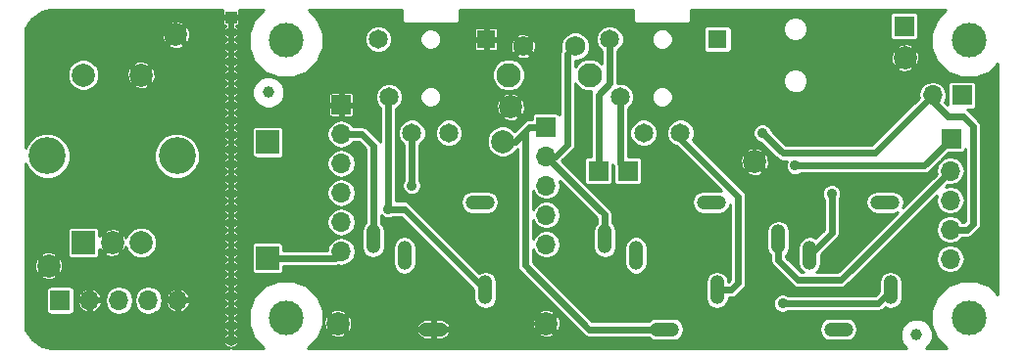
<source format=gbl>
G04 #@! TF.FileFunction,Copper,L2,Bot,Signal*
%FSLAX46Y46*%
G04 Gerber Fmt 4.6, Leading zero omitted, Abs format (unit mm)*
G04 Created by KiCad (PCBNEW 4.0.6) date Sunday, March 03, 2019 'PMt' 03:44:16 PM*
%MOMM*%
%LPD*%
G01*
G04 APERTURE LIST*
%ADD10C,0.150000*%
%ADD11R,1.700000X1.700000*%
%ADD12O,1.700000X1.700000*%
%ADD13C,1.000000*%
%ADD14C,3.000000*%
%ADD15R,1.650000X1.650000*%
%ADD16C,1.650000*%
%ADD17O,2.516000X1.258000*%
%ADD18O,1.258000X2.516000*%
%ADD19C,2.000000*%
%ADD20C,3.200000*%
%ADD21R,2.000000X2.000000*%
%ADD22R,1.000000X1.000000*%
%ADD23O,1.000000X1.000000*%
%ADD24C,1.998980*%
%ADD25R,1.998980X1.998980*%
%ADD26C,2.100000*%
%ADD27C,1.750000*%
%ADD28C,0.889000*%
%ADD29C,0.600000*%
%ADD30C,0.254000*%
G04 APERTURE END LIST*
D10*
D11*
X135000000Y-90000000D03*
D12*
X135000000Y-92540000D03*
X135000000Y-95080000D03*
X135000000Y-97620000D03*
X135000000Y-100160000D03*
D13*
X111000000Y-87000000D03*
X167000000Y-108000000D03*
D14*
X112500000Y-106500000D03*
X112500000Y-82500000D03*
X171500000Y-82500000D03*
X171500000Y-106500000D03*
D15*
X149800000Y-82400000D03*
D16*
X141400000Y-87400000D03*
X146600000Y-90500000D03*
X140500000Y-82400000D03*
X143400000Y-90500000D03*
D11*
X170000000Y-91000000D03*
D12*
X169911880Y-93799420D03*
X169911880Y-96339420D03*
X169911880Y-98879420D03*
X169911880Y-101419420D03*
D17*
X145250000Y-107500000D03*
D18*
X140050000Y-99700000D03*
X142750000Y-101100000D03*
D17*
X149250000Y-96500000D03*
D18*
X149750000Y-104100000D03*
D17*
X160250000Y-107500000D03*
D18*
X155050000Y-99700000D03*
X157750000Y-101100000D03*
D17*
X164250000Y-96500000D03*
D18*
X164750000Y-104100000D03*
D11*
X93000000Y-105000000D03*
D12*
X95540000Y-105000000D03*
X98080000Y-105000000D03*
X100620000Y-105000000D03*
X103160000Y-105000000D03*
D19*
X100000000Y-85500000D03*
X95000000Y-85500000D03*
D20*
X103100000Y-92500000D03*
X91900000Y-92500000D03*
D19*
X100000000Y-100000000D03*
X97500000Y-100000000D03*
D21*
X95000000Y-100000000D03*
D15*
X129800000Y-82400000D03*
D16*
X121400000Y-87400000D03*
X126600000Y-90500000D03*
X120500000Y-82400000D03*
X123400000Y-90500000D03*
D17*
X125250000Y-107500000D03*
D18*
X120050000Y-99700000D03*
X122750000Y-101100000D03*
D17*
X129250000Y-96500000D03*
D18*
X129750000Y-104100000D03*
D22*
X107750000Y-80500000D03*
D23*
X107750000Y-81770000D03*
X107750000Y-83040000D03*
X107750000Y-84310000D03*
X107750000Y-85580000D03*
X107750000Y-86850000D03*
X107750000Y-88120000D03*
X107750000Y-89390000D03*
X107750000Y-90660000D03*
X107750000Y-91930000D03*
X107750000Y-93200000D03*
X107750000Y-94470000D03*
X107750000Y-95740000D03*
X107750000Y-97010000D03*
X107750000Y-98280000D03*
X107750000Y-99550000D03*
X107750000Y-100820000D03*
X107750000Y-102090000D03*
X107750000Y-103360000D03*
X107750000Y-104630000D03*
X107750000Y-105900000D03*
X107750000Y-107170000D03*
X107750000Y-108440000D03*
D24*
X135000000Y-107000000D03*
X131911880Y-88259420D03*
X166000000Y-84000000D03*
X153000000Y-93000000D03*
X103000000Y-82000000D03*
X117000000Y-107000000D03*
X92000000Y-102000000D03*
D11*
X117276880Y-88069420D03*
D12*
X117276880Y-90609420D03*
X117276880Y-93149420D03*
X117276880Y-95689420D03*
X117276880Y-98229420D03*
X117276880Y-100769420D03*
D25*
X110926880Y-91323160D03*
X110926880Y-101325680D03*
D11*
X170911880Y-87259420D03*
D12*
X168371880Y-87259420D03*
D11*
X142041880Y-93784420D03*
X139501880Y-93784420D03*
X165911880Y-81259420D03*
D24*
X131246880Y-91244420D03*
D26*
X138760000Y-85490000D03*
D27*
X137500000Y-83000000D03*
X133000000Y-83000000D03*
D26*
X131750000Y-85490000D03*
D28*
X159661880Y-95759420D03*
X153661880Y-90509420D03*
X123372880Y-95054420D03*
X155411880Y-105259420D03*
X156500000Y-93347540D03*
X121340880Y-97086420D03*
D29*
X169911880Y-93799420D02*
X160799290Y-102912010D01*
X155050000Y-101558000D02*
X155050000Y-99700000D01*
X156751420Y-103259420D02*
X155050000Y-101558000D01*
X160411880Y-103259420D02*
X156751420Y-103259420D01*
X160759290Y-102912010D02*
X160411880Y-103259420D01*
X160799290Y-102912010D02*
X160759290Y-102912010D01*
X157750000Y-101100000D02*
X159661880Y-99188120D01*
X159661880Y-99188120D02*
X159661880Y-95759420D01*
X155411880Y-92259420D02*
X163371880Y-92259420D01*
X163371880Y-92259420D02*
X168371880Y-87259420D01*
X168371880Y-87259420D02*
X168371880Y-87759420D01*
X168371880Y-87759420D02*
X169708459Y-89095999D01*
X171911880Y-89964678D02*
X171911880Y-98379420D01*
X171411880Y-98879420D02*
X169911880Y-98879420D01*
X171911880Y-98379420D02*
X171411880Y-98879420D01*
X171043201Y-89095999D02*
X169708459Y-89095999D01*
X171911880Y-89964678D02*
X171043201Y-89095999D01*
X153661880Y-90509420D02*
X155411880Y-92259420D01*
X142041880Y-93784420D02*
X141400000Y-93142540D01*
X141400000Y-93142540D02*
X141400000Y-87400000D01*
X117276880Y-90609420D02*
X119054880Y-90609420D01*
X120050000Y-91604540D02*
X120050000Y-99700000D01*
X119054880Y-90609420D02*
X120050000Y-91604540D01*
X123400000Y-90500000D02*
X123400000Y-95027300D01*
X123400000Y-95027300D02*
X123372880Y-95054420D01*
X136834880Y-91498420D02*
X136834880Y-83665120D01*
X135793300Y-92540000D02*
X136834880Y-91498420D01*
X136834880Y-83665120D02*
X137500000Y-83000000D01*
X135000000Y-92540000D02*
X135793300Y-92540000D01*
X135000000Y-92540000D02*
X140050000Y-97590000D01*
X140050000Y-97590000D02*
X140050000Y-99700000D01*
X146600000Y-90500000D02*
X146600000Y-91069420D01*
X146600000Y-91069420D02*
X151566880Y-96036300D01*
X150979000Y-104100000D02*
X151566880Y-103512120D01*
X150979000Y-104100000D02*
X149750000Y-104100000D01*
X151566880Y-103512120D02*
X151566880Y-96036300D01*
X139501880Y-93784420D02*
X139501880Y-87180420D01*
X140500000Y-86182300D02*
X140500000Y-82400000D01*
X139501880Y-87180420D02*
X140500000Y-86182300D01*
X164750000Y-104171300D02*
X163661880Y-105259420D01*
X163661880Y-105259420D02*
X161661880Y-105259420D01*
X164750000Y-104100000D02*
X164750000Y-104171300D01*
X155411880Y-105259420D02*
X161661880Y-105259420D01*
X156500000Y-93347540D02*
X167652460Y-93347540D01*
X167652460Y-93347540D02*
X170000000Y-91000000D01*
X121340880Y-97086420D02*
X122736420Y-97086420D01*
X122736420Y-97086420D02*
X129750000Y-104100000D01*
X121400000Y-87400000D02*
X121340880Y-87459120D01*
X121340880Y-87459120D02*
X121340880Y-97086420D01*
X131246880Y-91244420D02*
X132305580Y-91244420D01*
X132305580Y-91244420D02*
X133161880Y-90388120D01*
X145250000Y-107500000D02*
X138671300Y-107500000D01*
X138671300Y-107500000D02*
X133161880Y-101990580D01*
X133161880Y-101990580D02*
X133161880Y-90388120D01*
X133161880Y-90388120D02*
X133550000Y-90000000D01*
X133550000Y-90000000D02*
X135000000Y-90000000D01*
X117276880Y-100769420D02*
X116720620Y-101325680D01*
X116720620Y-101325680D02*
X110926880Y-101325680D01*
D30*
G36*
X107021400Y-79954528D02*
X107021400Y-80315850D01*
X107078550Y-80373000D01*
X107623000Y-80373000D01*
X107623000Y-80353000D01*
X107877000Y-80353000D01*
X107877000Y-80373000D01*
X108421450Y-80373000D01*
X108478600Y-80315850D01*
X108478600Y-79954528D01*
X108450388Y-79886420D01*
X110550490Y-79886420D01*
X109765877Y-80669664D01*
X109273561Y-81855294D01*
X109272441Y-83139074D01*
X109762687Y-84325561D01*
X110669664Y-85234123D01*
X111855294Y-85726439D01*
X113139074Y-85727559D01*
X114325561Y-85237313D01*
X115234123Y-84330336D01*
X115437858Y-83839685D01*
X132339920Y-83839685D01*
X132445583Y-83979155D01*
X132862492Y-84116787D01*
X133300335Y-84084399D01*
X133554417Y-83979155D01*
X133660080Y-83839685D01*
X133000000Y-83179605D01*
X132339920Y-83839685D01*
X115437858Y-83839685D01*
X115726439Y-83144706D01*
X115726880Y-82638836D01*
X119293791Y-82638836D01*
X119477007Y-83082252D01*
X119815964Y-83421801D01*
X120259059Y-83605790D01*
X120738836Y-83606209D01*
X121182252Y-83422993D01*
X121521801Y-83084036D01*
X121705790Y-82640941D01*
X121705839Y-82584375D01*
X124068839Y-82584375D01*
X124210277Y-82926680D01*
X124471943Y-83188803D01*
X124814000Y-83330838D01*
X125184375Y-83331161D01*
X125526680Y-83189723D01*
X125788803Y-82928057D01*
X125930838Y-82586000D01*
X125930839Y-82584150D01*
X128746400Y-82584150D01*
X128746400Y-83270471D01*
X128781202Y-83354491D01*
X128845508Y-83418797D01*
X128929528Y-83453600D01*
X129615850Y-83453600D01*
X129673000Y-83396450D01*
X129673000Y-82527000D01*
X129927000Y-82527000D01*
X129927000Y-83396450D01*
X129984150Y-83453600D01*
X130670472Y-83453600D01*
X130754492Y-83418797D01*
X130818798Y-83354491D01*
X130853600Y-83270471D01*
X130853600Y-82862492D01*
X131883213Y-82862492D01*
X131915601Y-83300335D01*
X132020845Y-83554417D01*
X132160315Y-83660080D01*
X132820395Y-83000000D01*
X133179605Y-83000000D01*
X133839685Y-83660080D01*
X133979155Y-83554417D01*
X134116787Y-83137508D01*
X134084399Y-82699665D01*
X133979155Y-82445583D01*
X133839685Y-82339920D01*
X133179605Y-83000000D01*
X132820395Y-83000000D01*
X132160315Y-82339920D01*
X132020845Y-82445583D01*
X131883213Y-82862492D01*
X130853600Y-82862492D01*
X130853600Y-82584150D01*
X130796450Y-82527000D01*
X129927000Y-82527000D01*
X129673000Y-82527000D01*
X128803550Y-82527000D01*
X128746400Y-82584150D01*
X125930839Y-82584150D01*
X125931161Y-82215625D01*
X125789723Y-81873320D01*
X125528057Y-81611197D01*
X125331380Y-81529529D01*
X128746400Y-81529529D01*
X128746400Y-82215850D01*
X128803550Y-82273000D01*
X129673000Y-82273000D01*
X129673000Y-81403550D01*
X129927000Y-81403550D01*
X129927000Y-82273000D01*
X130796450Y-82273000D01*
X130853600Y-82215850D01*
X130853600Y-82160315D01*
X132339920Y-82160315D01*
X133000000Y-82820395D01*
X133660080Y-82160315D01*
X133554417Y-82020845D01*
X133137508Y-81883213D01*
X132699665Y-81915601D01*
X132445583Y-82020845D01*
X132339920Y-82160315D01*
X130853600Y-82160315D01*
X130853600Y-81529529D01*
X130818798Y-81445509D01*
X130754492Y-81381203D01*
X130670472Y-81346400D01*
X129984150Y-81346400D01*
X129927000Y-81403550D01*
X129673000Y-81403550D01*
X129615850Y-81346400D01*
X128929528Y-81346400D01*
X128845508Y-81381203D01*
X128781202Y-81445509D01*
X128746400Y-81529529D01*
X125331380Y-81529529D01*
X125186000Y-81469162D01*
X124815625Y-81468839D01*
X124473320Y-81610277D01*
X124211197Y-81871943D01*
X124069162Y-82214000D01*
X124068839Y-82584375D01*
X121705839Y-82584375D01*
X121706209Y-82161164D01*
X121522993Y-81717748D01*
X121184036Y-81378199D01*
X120740941Y-81194210D01*
X120261164Y-81193791D01*
X119817748Y-81377007D01*
X119478199Y-81715964D01*
X119294210Y-82159059D01*
X119293791Y-82638836D01*
X115726880Y-82638836D01*
X115727559Y-81860926D01*
X115237313Y-80674439D01*
X114450669Y-79886420D01*
X122521350Y-79886420D01*
X122521350Y-80800000D01*
X122538755Y-80887501D01*
X122588320Y-80961680D01*
X122662499Y-81011245D01*
X122750000Y-81028650D01*
X127250000Y-81028650D01*
X127337501Y-81011245D01*
X127411680Y-80961680D01*
X127461245Y-80887501D01*
X127478650Y-80800000D01*
X127478650Y-79886420D01*
X142521350Y-79886420D01*
X142521350Y-80800000D01*
X142538755Y-80887501D01*
X142588320Y-80961680D01*
X142662499Y-81011245D01*
X142750000Y-81028650D01*
X147250000Y-81028650D01*
X147337501Y-81011245D01*
X147411680Y-80961680D01*
X147461245Y-80887501D01*
X147478650Y-80800000D01*
X147478650Y-80409420D01*
X164673416Y-80409420D01*
X164673416Y-82109420D01*
X164699983Y-82250610D01*
X164783426Y-82380285D01*
X164910746Y-82467279D01*
X165061880Y-82497884D01*
X166761880Y-82497884D01*
X166903070Y-82471317D01*
X167032745Y-82387874D01*
X167119739Y-82260554D01*
X167150344Y-82109420D01*
X167150344Y-80409420D01*
X167123777Y-80268230D01*
X167040334Y-80138555D01*
X166913014Y-80051561D01*
X166761880Y-80020956D01*
X165061880Y-80020956D01*
X164920690Y-80047523D01*
X164791015Y-80130966D01*
X164704021Y-80258286D01*
X164673416Y-80409420D01*
X147478650Y-80409420D01*
X147478650Y-79886420D01*
X169550490Y-79886420D01*
X168765877Y-80669664D01*
X168273561Y-81855294D01*
X168272441Y-83139074D01*
X168762687Y-84325561D01*
X169669664Y-85234123D01*
X170855294Y-85726439D01*
X172139074Y-85727559D01*
X173325561Y-85237313D01*
X174034880Y-84529231D01*
X174034880Y-104471653D01*
X173330336Y-103765877D01*
X172144706Y-103273561D01*
X170860926Y-103272441D01*
X169674439Y-103762687D01*
X168765877Y-104669664D01*
X168273561Y-105855294D01*
X168272441Y-107139074D01*
X168762687Y-108325561D01*
X169568139Y-109132420D01*
X167842985Y-109132420D01*
X168183629Y-108792370D01*
X168396757Y-108279100D01*
X168397242Y-107723339D01*
X168185010Y-107209697D01*
X167792370Y-106816371D01*
X167279100Y-106603243D01*
X166723339Y-106602758D01*
X166209697Y-106814990D01*
X165816371Y-107207630D01*
X165603243Y-107720900D01*
X165602758Y-108276661D01*
X165814990Y-108790303D01*
X166156510Y-109132420D01*
X114430637Y-109132420D01*
X115234123Y-108330336D01*
X115400353Y-107930009D01*
X116249596Y-107930009D01*
X116370546Y-108082436D01*
X116832690Y-108240921D01*
X117320306Y-108210488D01*
X117629454Y-108082436D01*
X117750404Y-107930009D01*
X117000000Y-107179605D01*
X116249596Y-107930009D01*
X115400353Y-107930009D01*
X115726439Y-107144706D01*
X115726711Y-106832690D01*
X115759079Y-106832690D01*
X115789512Y-107320306D01*
X115917564Y-107629454D01*
X116069991Y-107750404D01*
X116820395Y-107000000D01*
X117179605Y-107000000D01*
X117930009Y-107750404D01*
X118082436Y-107629454D01*
X118215346Y-107241885D01*
X123803165Y-107241885D01*
X123830689Y-107373000D01*
X124146400Y-107373000D01*
X124146400Y-107627000D01*
X123830689Y-107627000D01*
X123803165Y-107758115D01*
X123924783Y-108016612D01*
X124175478Y-108243718D01*
X124494000Y-108357600D01*
X125123000Y-108357600D01*
X125123000Y-108103600D01*
X125377000Y-108103600D01*
X125377000Y-108357600D01*
X126006000Y-108357600D01*
X126324522Y-108243718D01*
X126575217Y-108016612D01*
X126615962Y-107930009D01*
X134249596Y-107930009D01*
X134370546Y-108082436D01*
X134832690Y-108240921D01*
X135320306Y-108210488D01*
X135629454Y-108082436D01*
X135750404Y-107930009D01*
X135000000Y-107179605D01*
X134249596Y-107930009D01*
X126615962Y-107930009D01*
X126696835Y-107758115D01*
X126669311Y-107627000D01*
X126353600Y-107627000D01*
X126353600Y-107373000D01*
X126669311Y-107373000D01*
X126696835Y-107241885D01*
X126575217Y-106983388D01*
X126408867Y-106832690D01*
X133759079Y-106832690D01*
X133789512Y-107320306D01*
X133917564Y-107629454D01*
X134069991Y-107750404D01*
X134820395Y-107000000D01*
X135179605Y-107000000D01*
X135930009Y-107750404D01*
X136082436Y-107629454D01*
X136240921Y-107167310D01*
X136210488Y-106679694D01*
X136082436Y-106370546D01*
X135930009Y-106249596D01*
X135179605Y-107000000D01*
X134820395Y-107000000D01*
X134069991Y-106249596D01*
X133917564Y-106370546D01*
X133759079Y-106832690D01*
X126408867Y-106832690D01*
X126324522Y-106756282D01*
X126006000Y-106642400D01*
X125377000Y-106642400D01*
X125377000Y-106896400D01*
X125123000Y-106896400D01*
X125123000Y-106642400D01*
X124494000Y-106642400D01*
X124175478Y-106756282D01*
X123924783Y-106983388D01*
X123803165Y-107241885D01*
X118215346Y-107241885D01*
X118240921Y-107167310D01*
X118210488Y-106679694D01*
X118082436Y-106370546D01*
X117930009Y-106249596D01*
X117179605Y-107000000D01*
X116820395Y-107000000D01*
X116069991Y-106249596D01*
X115917564Y-106370546D01*
X115759079Y-106832690D01*
X115726711Y-106832690D01*
X115727376Y-106069991D01*
X116249596Y-106069991D01*
X117000000Y-106820395D01*
X117750404Y-106069991D01*
X134249596Y-106069991D01*
X135000000Y-106820395D01*
X135750404Y-106069991D01*
X135629454Y-105917564D01*
X135167310Y-105759079D01*
X134679694Y-105789512D01*
X134370546Y-105917564D01*
X134249596Y-106069991D01*
X117750404Y-106069991D01*
X117629454Y-105917564D01*
X117167310Y-105759079D01*
X116679694Y-105789512D01*
X116370546Y-105917564D01*
X116249596Y-106069991D01*
X115727376Y-106069991D01*
X115727559Y-105860926D01*
X115237313Y-104674439D01*
X114330336Y-103765877D01*
X113144706Y-103273561D01*
X111860926Y-103272441D01*
X110674439Y-103762687D01*
X109765877Y-104669664D01*
X109273561Y-105855294D01*
X109272441Y-107139074D01*
X109762687Y-108325561D01*
X110568139Y-109132420D01*
X107877002Y-109132420D01*
X107877002Y-109100317D01*
X107987673Y-109128766D01*
X108233161Y-108985383D01*
X108405092Y-108758970D01*
X108438746Y-108677670D01*
X108409330Y-108567000D01*
X107877000Y-108567000D01*
X107877000Y-108587000D01*
X107623000Y-108587000D01*
X107623000Y-108567000D01*
X107090670Y-108567000D01*
X107061254Y-108677670D01*
X107094908Y-108758970D01*
X107266839Y-108985383D01*
X107512327Y-109128766D01*
X107622998Y-109100317D01*
X107622998Y-109132420D01*
X92208250Y-109132420D01*
X91470409Y-108985655D01*
X90597564Y-108402438D01*
X90038880Y-107566309D01*
X90038880Y-107407670D01*
X107061254Y-107407670D01*
X107094908Y-107488970D01*
X107266839Y-107715383D01*
X107420273Y-107805000D01*
X107266839Y-107894617D01*
X107094908Y-108121030D01*
X107061254Y-108202330D01*
X107090670Y-108313000D01*
X107623000Y-108313000D01*
X107623000Y-107297000D01*
X107877000Y-107297000D01*
X107877000Y-108313000D01*
X108409330Y-108313000D01*
X108438746Y-108202330D01*
X108405092Y-108121030D01*
X108233161Y-107894617D01*
X108079727Y-107805000D01*
X108233161Y-107715383D01*
X108405092Y-107488970D01*
X108438746Y-107407670D01*
X108409330Y-107297000D01*
X107877000Y-107297000D01*
X107623000Y-107297000D01*
X107090670Y-107297000D01*
X107061254Y-107407670D01*
X90038880Y-107407670D01*
X90038880Y-104150000D01*
X91761536Y-104150000D01*
X91761536Y-105850000D01*
X91788103Y-105991190D01*
X91871546Y-106120865D01*
X91998866Y-106207859D01*
X92150000Y-106238464D01*
X93850000Y-106238464D01*
X93991190Y-106211897D01*
X94120865Y-106128454D01*
X94207859Y-106001134D01*
X94238464Y-105850000D01*
X94238464Y-105292995D01*
X94501944Y-105292995D01*
X94693086Y-105667939D01*
X95013163Y-105941195D01*
X95247007Y-106038043D01*
X95413000Y-106013524D01*
X95413000Y-105127000D01*
X95667000Y-105127000D01*
X95667000Y-106013524D01*
X95832993Y-106038043D01*
X96066837Y-105941195D01*
X96386914Y-105667939D01*
X96578056Y-105292995D01*
X96553960Y-105127000D01*
X95667000Y-105127000D01*
X95413000Y-105127000D01*
X94526040Y-105127000D01*
X94501944Y-105292995D01*
X94238464Y-105292995D01*
X94238464Y-104975883D01*
X96849000Y-104975883D01*
X96849000Y-105024117D01*
X96942704Y-105495200D01*
X97209552Y-105894565D01*
X97608917Y-106161413D01*
X98080000Y-106255117D01*
X98551083Y-106161413D01*
X98950448Y-105894565D01*
X99217296Y-105495200D01*
X99311000Y-105024117D01*
X99311000Y-104975883D01*
X99389000Y-104975883D01*
X99389000Y-105024117D01*
X99482704Y-105495200D01*
X99749552Y-105894565D01*
X100148917Y-106161413D01*
X100620000Y-106255117D01*
X101091083Y-106161413D01*
X101126616Y-106137670D01*
X107061254Y-106137670D01*
X107094908Y-106218970D01*
X107266839Y-106445383D01*
X107420273Y-106535000D01*
X107266839Y-106624617D01*
X107094908Y-106851030D01*
X107061254Y-106932330D01*
X107090670Y-107043000D01*
X107623000Y-107043000D01*
X107623000Y-106027000D01*
X107877000Y-106027000D01*
X107877000Y-107043000D01*
X108409330Y-107043000D01*
X108438746Y-106932330D01*
X108405092Y-106851030D01*
X108233161Y-106624617D01*
X108079727Y-106535000D01*
X108233161Y-106445383D01*
X108405092Y-106218970D01*
X108438746Y-106137670D01*
X108409330Y-106027000D01*
X107877000Y-106027000D01*
X107623000Y-106027000D01*
X107090670Y-106027000D01*
X107061254Y-106137670D01*
X101126616Y-106137670D01*
X101490448Y-105894565D01*
X101757296Y-105495200D01*
X101797516Y-105292995D01*
X102121944Y-105292995D01*
X102313086Y-105667939D01*
X102633163Y-105941195D01*
X102867007Y-106038043D01*
X103033000Y-106013524D01*
X103033000Y-105127000D01*
X103287000Y-105127000D01*
X103287000Y-106013524D01*
X103452993Y-106038043D01*
X103686837Y-105941195D01*
X104006914Y-105667939D01*
X104198056Y-105292995D01*
X104173960Y-105127000D01*
X103287000Y-105127000D01*
X103033000Y-105127000D01*
X102146040Y-105127000D01*
X102121944Y-105292995D01*
X101797516Y-105292995D01*
X101851000Y-105024117D01*
X101851000Y-104975883D01*
X101797517Y-104707005D01*
X102121944Y-104707005D01*
X102146040Y-104873000D01*
X103033000Y-104873000D01*
X103033000Y-103986476D01*
X103287000Y-103986476D01*
X103287000Y-104873000D01*
X104173960Y-104873000D01*
X104174733Y-104867670D01*
X107061254Y-104867670D01*
X107094908Y-104948970D01*
X107266839Y-105175383D01*
X107420273Y-105265000D01*
X107266839Y-105354617D01*
X107094908Y-105581030D01*
X107061254Y-105662330D01*
X107090670Y-105773000D01*
X107623000Y-105773000D01*
X107623000Y-104757000D01*
X107877000Y-104757000D01*
X107877000Y-105773000D01*
X108409330Y-105773000D01*
X108438746Y-105662330D01*
X108405092Y-105581030D01*
X108233161Y-105354617D01*
X108079727Y-105265000D01*
X108233161Y-105175383D01*
X108405092Y-104948970D01*
X108438746Y-104867670D01*
X108409330Y-104757000D01*
X107877000Y-104757000D01*
X107623000Y-104757000D01*
X107090670Y-104757000D01*
X107061254Y-104867670D01*
X104174733Y-104867670D01*
X104198056Y-104707005D01*
X104006914Y-104332061D01*
X103686837Y-104058805D01*
X103452993Y-103961957D01*
X103287000Y-103986476D01*
X103033000Y-103986476D01*
X102867007Y-103961957D01*
X102633163Y-104058805D01*
X102313086Y-104332061D01*
X102121944Y-104707005D01*
X101797517Y-104707005D01*
X101757296Y-104504800D01*
X101490448Y-104105435D01*
X101091083Y-103838587D01*
X100620000Y-103744883D01*
X100148917Y-103838587D01*
X99749552Y-104105435D01*
X99482704Y-104504800D01*
X99389000Y-104975883D01*
X99311000Y-104975883D01*
X99217296Y-104504800D01*
X98950448Y-104105435D01*
X98551083Y-103838587D01*
X98080000Y-103744883D01*
X97608917Y-103838587D01*
X97209552Y-104105435D01*
X96942704Y-104504800D01*
X96849000Y-104975883D01*
X94238464Y-104975883D01*
X94238464Y-104707005D01*
X94501944Y-104707005D01*
X94526040Y-104873000D01*
X95413000Y-104873000D01*
X95413000Y-103986476D01*
X95667000Y-103986476D01*
X95667000Y-104873000D01*
X96553960Y-104873000D01*
X96578056Y-104707005D01*
X96386914Y-104332061D01*
X96066837Y-104058805D01*
X95832993Y-103961957D01*
X95667000Y-103986476D01*
X95413000Y-103986476D01*
X95247007Y-103961957D01*
X95013163Y-104058805D01*
X94693086Y-104332061D01*
X94501944Y-104707005D01*
X94238464Y-104707005D01*
X94238464Y-104150000D01*
X94211897Y-104008810D01*
X94128454Y-103879135D01*
X94001134Y-103792141D01*
X93850000Y-103761536D01*
X92150000Y-103761536D01*
X92008810Y-103788103D01*
X91879135Y-103871546D01*
X91792141Y-103998866D01*
X91761536Y-104150000D01*
X90038880Y-104150000D01*
X90038880Y-103597670D01*
X107061254Y-103597670D01*
X107094908Y-103678970D01*
X107266839Y-103905383D01*
X107420273Y-103995000D01*
X107266839Y-104084617D01*
X107094908Y-104311030D01*
X107061254Y-104392330D01*
X107090670Y-104503000D01*
X107623000Y-104503000D01*
X107623000Y-103487000D01*
X107877000Y-103487000D01*
X107877000Y-104503000D01*
X108409330Y-104503000D01*
X108438746Y-104392330D01*
X108405092Y-104311030D01*
X108233161Y-104084617D01*
X108079727Y-103995000D01*
X108233161Y-103905383D01*
X108405092Y-103678970D01*
X108438746Y-103597670D01*
X108409330Y-103487000D01*
X107877000Y-103487000D01*
X107623000Y-103487000D01*
X107090670Y-103487000D01*
X107061254Y-103597670D01*
X90038880Y-103597670D01*
X90038880Y-102930009D01*
X91249596Y-102930009D01*
X91370546Y-103082436D01*
X91832690Y-103240921D01*
X92320306Y-103210488D01*
X92629454Y-103082436D01*
X92750404Y-102930009D01*
X92000000Y-102179605D01*
X91249596Y-102930009D01*
X90038880Y-102930009D01*
X90038880Y-101832690D01*
X90759079Y-101832690D01*
X90789512Y-102320306D01*
X90917564Y-102629454D01*
X91069991Y-102750404D01*
X91820395Y-102000000D01*
X92179605Y-102000000D01*
X92930009Y-102750404D01*
X93082436Y-102629454D01*
X93185928Y-102327670D01*
X107061254Y-102327670D01*
X107094908Y-102408970D01*
X107266839Y-102635383D01*
X107420273Y-102725000D01*
X107266839Y-102814617D01*
X107094908Y-103041030D01*
X107061254Y-103122330D01*
X107090670Y-103233000D01*
X107623000Y-103233000D01*
X107623000Y-102217000D01*
X107877000Y-102217000D01*
X107877000Y-103233000D01*
X108409330Y-103233000D01*
X108438746Y-103122330D01*
X108405092Y-103041030D01*
X108233161Y-102814617D01*
X108079727Y-102725000D01*
X108233161Y-102635383D01*
X108405092Y-102408970D01*
X108438746Y-102327670D01*
X108409330Y-102217000D01*
X107877000Y-102217000D01*
X107623000Y-102217000D01*
X107090670Y-102217000D01*
X107061254Y-102327670D01*
X93185928Y-102327670D01*
X93240921Y-102167310D01*
X93210488Y-101679694D01*
X93082436Y-101370546D01*
X92930009Y-101249596D01*
X92179605Y-102000000D01*
X91820395Y-102000000D01*
X91069991Y-101249596D01*
X90917564Y-101370546D01*
X90759079Y-101832690D01*
X90038880Y-101832690D01*
X90038880Y-101069991D01*
X91249596Y-101069991D01*
X92000000Y-101820395D01*
X92750404Y-101069991D01*
X92629454Y-100917564D01*
X92167310Y-100759079D01*
X91679694Y-100789512D01*
X91370546Y-100917564D01*
X91249596Y-101069991D01*
X90038880Y-101069991D01*
X90038880Y-99000000D01*
X93611536Y-99000000D01*
X93611536Y-101000000D01*
X93638103Y-101141190D01*
X93721546Y-101270865D01*
X93848866Y-101357859D01*
X94000000Y-101388464D01*
X96000000Y-101388464D01*
X96141190Y-101361897D01*
X96270865Y-101278454D01*
X96357859Y-101151134D01*
X96388464Y-101000000D01*
X96388464Y-100930379D01*
X96749226Y-100930379D01*
X96870238Y-101082859D01*
X97332568Y-101241431D01*
X97820388Y-101211006D01*
X98129762Y-101082859D01*
X98250774Y-100930379D01*
X97500000Y-100179605D01*
X96749226Y-100930379D01*
X96388464Y-100930379D01*
X96388464Y-100560530D01*
X96417141Y-100629762D01*
X96569621Y-100750774D01*
X97320395Y-100000000D01*
X97679605Y-100000000D01*
X98430379Y-100750774D01*
X98582859Y-100629762D01*
X98665913Y-100387610D01*
X98828563Y-100781251D01*
X99216705Y-101170072D01*
X99724097Y-101380759D01*
X100273493Y-101381239D01*
X100781251Y-101171437D01*
X100895217Y-101057670D01*
X107061254Y-101057670D01*
X107094908Y-101138970D01*
X107266839Y-101365383D01*
X107420273Y-101455000D01*
X107266839Y-101544617D01*
X107094908Y-101771030D01*
X107061254Y-101852330D01*
X107090670Y-101963000D01*
X107623000Y-101963000D01*
X107623000Y-100947000D01*
X107877000Y-100947000D01*
X107877000Y-101963000D01*
X108409330Y-101963000D01*
X108438746Y-101852330D01*
X108405092Y-101771030D01*
X108233161Y-101544617D01*
X108079727Y-101455000D01*
X108233161Y-101365383D01*
X108405092Y-101138970D01*
X108438746Y-101057670D01*
X108409330Y-100947000D01*
X107877000Y-100947000D01*
X107623000Y-100947000D01*
X107090670Y-100947000D01*
X107061254Y-101057670D01*
X100895217Y-101057670D01*
X101170072Y-100783295D01*
X101380759Y-100275903D01*
X101381185Y-99787670D01*
X107061254Y-99787670D01*
X107094908Y-99868970D01*
X107266839Y-100095383D01*
X107420273Y-100185000D01*
X107266839Y-100274617D01*
X107094908Y-100501030D01*
X107061254Y-100582330D01*
X107090670Y-100693000D01*
X107623000Y-100693000D01*
X107623000Y-99677000D01*
X107877000Y-99677000D01*
X107877000Y-100693000D01*
X108409330Y-100693000D01*
X108438746Y-100582330D01*
X108405092Y-100501030D01*
X108272324Y-100326190D01*
X109538926Y-100326190D01*
X109538926Y-102325170D01*
X109565493Y-102466360D01*
X109648936Y-102596035D01*
X109776256Y-102683029D01*
X109927390Y-102713634D01*
X111926370Y-102713634D01*
X112067560Y-102687067D01*
X112197235Y-102603624D01*
X112284229Y-102476304D01*
X112314834Y-102325170D01*
X112314834Y-102006680D01*
X116720620Y-102006680D01*
X116981228Y-101954842D01*
X116990954Y-101948343D01*
X117252763Y-102000420D01*
X117300997Y-102000420D01*
X117772080Y-101906716D01*
X118171445Y-101639868D01*
X118438293Y-101240503D01*
X118531997Y-100769420D01*
X118438293Y-100298337D01*
X118171445Y-99898972D01*
X117772080Y-99632124D01*
X117300997Y-99538420D01*
X117252763Y-99538420D01*
X116781680Y-99632124D01*
X116382315Y-99898972D01*
X116115467Y-100298337D01*
X116046575Y-100644680D01*
X112314834Y-100644680D01*
X112314834Y-100326190D01*
X112288267Y-100185000D01*
X112204824Y-100055325D01*
X112077504Y-99968331D01*
X111926370Y-99937726D01*
X109927390Y-99937726D01*
X109786200Y-99964293D01*
X109656525Y-100047736D01*
X109569531Y-100175056D01*
X109538926Y-100326190D01*
X108272324Y-100326190D01*
X108233161Y-100274617D01*
X108079727Y-100185000D01*
X108233161Y-100095383D01*
X108405092Y-99868970D01*
X108438746Y-99787670D01*
X108409330Y-99677000D01*
X107877000Y-99677000D01*
X107623000Y-99677000D01*
X107090670Y-99677000D01*
X107061254Y-99787670D01*
X101381185Y-99787670D01*
X101381239Y-99726507D01*
X101171437Y-99218749D01*
X100783295Y-98829928D01*
X100275903Y-98619241D01*
X99726507Y-98618761D01*
X99218749Y-98828563D01*
X98829928Y-99216705D01*
X98674404Y-99591248D01*
X98582859Y-99370238D01*
X98430379Y-99249226D01*
X97679605Y-100000000D01*
X97320395Y-100000000D01*
X96569621Y-99249226D01*
X96417141Y-99370238D01*
X96388464Y-99453848D01*
X96388464Y-99069621D01*
X96749226Y-99069621D01*
X97500000Y-99820395D01*
X98250774Y-99069621D01*
X98129762Y-98917141D01*
X97667432Y-98758569D01*
X97179612Y-98788994D01*
X96870238Y-98917141D01*
X96749226Y-99069621D01*
X96388464Y-99069621D01*
X96388464Y-99000000D01*
X96361897Y-98858810D01*
X96278454Y-98729135D01*
X96151134Y-98642141D01*
X96000000Y-98611536D01*
X94000000Y-98611536D01*
X93858810Y-98638103D01*
X93729135Y-98721546D01*
X93642141Y-98848866D01*
X93611536Y-99000000D01*
X90038880Y-99000000D01*
X90038880Y-98517670D01*
X107061254Y-98517670D01*
X107094908Y-98598970D01*
X107266839Y-98825383D01*
X107420273Y-98915000D01*
X107266839Y-99004617D01*
X107094908Y-99231030D01*
X107061254Y-99312330D01*
X107090670Y-99423000D01*
X107623000Y-99423000D01*
X107623000Y-98407000D01*
X107877000Y-98407000D01*
X107877000Y-99423000D01*
X108409330Y-99423000D01*
X108438746Y-99312330D01*
X108405092Y-99231030D01*
X108233161Y-99004617D01*
X108079727Y-98915000D01*
X108233161Y-98825383D01*
X108405092Y-98598970D01*
X108438746Y-98517670D01*
X108409330Y-98407000D01*
X107877000Y-98407000D01*
X107623000Y-98407000D01*
X107090670Y-98407000D01*
X107061254Y-98517670D01*
X90038880Y-98517670D01*
X90038880Y-98229420D01*
X116021763Y-98229420D01*
X116115467Y-98700503D01*
X116382315Y-99099868D01*
X116781680Y-99366716D01*
X117252763Y-99460420D01*
X117300997Y-99460420D01*
X117772080Y-99366716D01*
X118171445Y-99099868D01*
X118438293Y-98700503D01*
X118531997Y-98229420D01*
X118438293Y-97758337D01*
X118171445Y-97358972D01*
X117772080Y-97092124D01*
X117300997Y-96998420D01*
X117252763Y-96998420D01*
X116781680Y-97092124D01*
X116382315Y-97358972D01*
X116115467Y-97758337D01*
X116021763Y-98229420D01*
X90038880Y-98229420D01*
X90038880Y-97247670D01*
X107061254Y-97247670D01*
X107094908Y-97328970D01*
X107266839Y-97555383D01*
X107420273Y-97645000D01*
X107266839Y-97734617D01*
X107094908Y-97961030D01*
X107061254Y-98042330D01*
X107090670Y-98153000D01*
X107623000Y-98153000D01*
X107623000Y-97137000D01*
X107877000Y-97137000D01*
X107877000Y-98153000D01*
X108409330Y-98153000D01*
X108438746Y-98042330D01*
X108405092Y-97961030D01*
X108233161Y-97734617D01*
X108079727Y-97645000D01*
X108233161Y-97555383D01*
X108405092Y-97328970D01*
X108438746Y-97247670D01*
X108409330Y-97137000D01*
X107877000Y-97137000D01*
X107623000Y-97137000D01*
X107090670Y-97137000D01*
X107061254Y-97247670D01*
X90038880Y-97247670D01*
X90038880Y-95977670D01*
X107061254Y-95977670D01*
X107094908Y-96058970D01*
X107266839Y-96285383D01*
X107420273Y-96375000D01*
X107266839Y-96464617D01*
X107094908Y-96691030D01*
X107061254Y-96772330D01*
X107090670Y-96883000D01*
X107623000Y-96883000D01*
X107623000Y-95867000D01*
X107877000Y-95867000D01*
X107877000Y-96883000D01*
X108409330Y-96883000D01*
X108438746Y-96772330D01*
X108405092Y-96691030D01*
X108233161Y-96464617D01*
X108079727Y-96375000D01*
X108233161Y-96285383D01*
X108405092Y-96058970D01*
X108438746Y-95977670D01*
X108409330Y-95867000D01*
X107877000Y-95867000D01*
X107623000Y-95867000D01*
X107090670Y-95867000D01*
X107061254Y-95977670D01*
X90038880Y-95977670D01*
X90038880Y-95689420D01*
X116021763Y-95689420D01*
X116115467Y-96160503D01*
X116382315Y-96559868D01*
X116781680Y-96826716D01*
X117252763Y-96920420D01*
X117300997Y-96920420D01*
X117772080Y-96826716D01*
X118171445Y-96559868D01*
X118438293Y-96160503D01*
X118531997Y-95689420D01*
X118438293Y-95218337D01*
X118171445Y-94818972D01*
X117772080Y-94552124D01*
X117300997Y-94458420D01*
X117252763Y-94458420D01*
X116781680Y-94552124D01*
X116382315Y-94818972D01*
X116115467Y-95218337D01*
X116021763Y-95689420D01*
X90038880Y-95689420D01*
X90038880Y-94707670D01*
X107061254Y-94707670D01*
X107094908Y-94788970D01*
X107266839Y-95015383D01*
X107420273Y-95105000D01*
X107266839Y-95194617D01*
X107094908Y-95421030D01*
X107061254Y-95502330D01*
X107090670Y-95613000D01*
X107623000Y-95613000D01*
X107623000Y-94597000D01*
X107877000Y-94597000D01*
X107877000Y-95613000D01*
X108409330Y-95613000D01*
X108438746Y-95502330D01*
X108405092Y-95421030D01*
X108233161Y-95194617D01*
X108079727Y-95105000D01*
X108233161Y-95015383D01*
X108405092Y-94788970D01*
X108438746Y-94707670D01*
X108409330Y-94597000D01*
X107877000Y-94597000D01*
X107623000Y-94597000D01*
X107090670Y-94597000D01*
X107061254Y-94707670D01*
X90038880Y-94707670D01*
X90038880Y-93183278D01*
X90219611Y-93620680D01*
X90776389Y-94178431D01*
X91504226Y-94480655D01*
X92292316Y-94481343D01*
X93020680Y-94180389D01*
X93578431Y-93623611D01*
X93880655Y-92895774D01*
X93880658Y-92892316D01*
X101118657Y-92892316D01*
X101419611Y-93620680D01*
X101976389Y-94178431D01*
X102704226Y-94480655D01*
X103492316Y-94481343D01*
X104220680Y-94180389D01*
X104778431Y-93623611D01*
X104855640Y-93437670D01*
X107061254Y-93437670D01*
X107094908Y-93518970D01*
X107266839Y-93745383D01*
X107420273Y-93835000D01*
X107266839Y-93924617D01*
X107094908Y-94151030D01*
X107061254Y-94232330D01*
X107090670Y-94343000D01*
X107623000Y-94343000D01*
X107623000Y-93327000D01*
X107877000Y-93327000D01*
X107877000Y-94343000D01*
X108409330Y-94343000D01*
X108438746Y-94232330D01*
X108405092Y-94151030D01*
X108233161Y-93924617D01*
X108079727Y-93835000D01*
X108233161Y-93745383D01*
X108405092Y-93518970D01*
X108438746Y-93437670D01*
X108409330Y-93327000D01*
X107877000Y-93327000D01*
X107623000Y-93327000D01*
X107090670Y-93327000D01*
X107061254Y-93437670D01*
X104855640Y-93437670D01*
X104975331Y-93149420D01*
X116021763Y-93149420D01*
X116115467Y-93620503D01*
X116382315Y-94019868D01*
X116781680Y-94286716D01*
X117252763Y-94380420D01*
X117300997Y-94380420D01*
X117772080Y-94286716D01*
X118171445Y-94019868D01*
X118438293Y-93620503D01*
X118531997Y-93149420D01*
X118438293Y-92678337D01*
X118171445Y-92278972D01*
X117772080Y-92012124D01*
X117300997Y-91918420D01*
X117252763Y-91918420D01*
X116781680Y-92012124D01*
X116382315Y-92278972D01*
X116115467Y-92678337D01*
X116021763Y-93149420D01*
X104975331Y-93149420D01*
X105080655Y-92895774D01*
X105081290Y-92167670D01*
X107061254Y-92167670D01*
X107094908Y-92248970D01*
X107266839Y-92475383D01*
X107420273Y-92565000D01*
X107266839Y-92654617D01*
X107094908Y-92881030D01*
X107061254Y-92962330D01*
X107090670Y-93073000D01*
X107623000Y-93073000D01*
X107623000Y-92057000D01*
X107877000Y-92057000D01*
X107877000Y-93073000D01*
X108409330Y-93073000D01*
X108438746Y-92962330D01*
X108405092Y-92881030D01*
X108233161Y-92654617D01*
X108079727Y-92565000D01*
X108233161Y-92475383D01*
X108405092Y-92248970D01*
X108438746Y-92167670D01*
X108409330Y-92057000D01*
X107877000Y-92057000D01*
X107623000Y-92057000D01*
X107090670Y-92057000D01*
X107061254Y-92167670D01*
X105081290Y-92167670D01*
X105081343Y-92107684D01*
X104780389Y-91379320D01*
X104299580Y-90897670D01*
X107061254Y-90897670D01*
X107094908Y-90978970D01*
X107266839Y-91205383D01*
X107420273Y-91295000D01*
X107266839Y-91384617D01*
X107094908Y-91611030D01*
X107061254Y-91692330D01*
X107090670Y-91803000D01*
X107623000Y-91803000D01*
X107623000Y-90787000D01*
X107877000Y-90787000D01*
X107877000Y-91803000D01*
X108409330Y-91803000D01*
X108438746Y-91692330D01*
X108405092Y-91611030D01*
X108233161Y-91384617D01*
X108079727Y-91295000D01*
X108233161Y-91205383D01*
X108405092Y-90978970D01*
X108438746Y-90897670D01*
X108409330Y-90787000D01*
X107877000Y-90787000D01*
X107623000Y-90787000D01*
X107090670Y-90787000D01*
X107061254Y-90897670D01*
X104299580Y-90897670D01*
X104223611Y-90821569D01*
X103495774Y-90519345D01*
X102707684Y-90518657D01*
X101979320Y-90819611D01*
X101421569Y-91376389D01*
X101119345Y-92104226D01*
X101118657Y-92892316D01*
X93880658Y-92892316D01*
X93881343Y-92107684D01*
X93580389Y-91379320D01*
X93023611Y-90821569D01*
X92295774Y-90519345D01*
X91507684Y-90518657D01*
X90779320Y-90819611D01*
X90221569Y-91376389D01*
X90038880Y-91816353D01*
X90038880Y-89627670D01*
X107061254Y-89627670D01*
X107094908Y-89708970D01*
X107266839Y-89935383D01*
X107420273Y-90025000D01*
X107266839Y-90114617D01*
X107094908Y-90341030D01*
X107061254Y-90422330D01*
X107090670Y-90533000D01*
X107623000Y-90533000D01*
X107623000Y-89517000D01*
X107877000Y-89517000D01*
X107877000Y-90533000D01*
X108409330Y-90533000D01*
X108438746Y-90422330D01*
X108405092Y-90341030D01*
X108391910Y-90323670D01*
X109538926Y-90323670D01*
X109538926Y-92322650D01*
X109565493Y-92463840D01*
X109648936Y-92593515D01*
X109776256Y-92680509D01*
X109927390Y-92711114D01*
X111926370Y-92711114D01*
X112067560Y-92684547D01*
X112197235Y-92601104D01*
X112284229Y-92473784D01*
X112314834Y-92322650D01*
X112314834Y-90609420D01*
X116021763Y-90609420D01*
X116115467Y-91080503D01*
X116382315Y-91479868D01*
X116781680Y-91746716D01*
X117252763Y-91840420D01*
X117300997Y-91840420D01*
X117772080Y-91746716D01*
X118171445Y-91479868D01*
X118298031Y-91290420D01*
X118772800Y-91290420D01*
X119369000Y-91886620D01*
X119369000Y-98302543D01*
X119335822Y-98324712D01*
X119116882Y-98652380D01*
X119040000Y-99038890D01*
X119040000Y-100361110D01*
X119116882Y-100747620D01*
X119335822Y-101075288D01*
X119663490Y-101294228D01*
X120050000Y-101371110D01*
X120436510Y-101294228D01*
X120764178Y-101075288D01*
X120983118Y-100747620D01*
X121044528Y-100438890D01*
X121740000Y-100438890D01*
X121740000Y-101761110D01*
X121816882Y-102147620D01*
X122035822Y-102475288D01*
X122363490Y-102694228D01*
X122750000Y-102771110D01*
X123136510Y-102694228D01*
X123464178Y-102475288D01*
X123683118Y-102147620D01*
X123760000Y-101761110D01*
X123760000Y-100438890D01*
X123683118Y-100052380D01*
X123464178Y-99724712D01*
X123136510Y-99505772D01*
X122750000Y-99428890D01*
X122363490Y-99505772D01*
X122035822Y-99724712D01*
X121816882Y-100052380D01*
X121740000Y-100438890D01*
X121044528Y-100438890D01*
X121060000Y-100361110D01*
X121060000Y-99038890D01*
X120983118Y-98652380D01*
X120764178Y-98324712D01*
X120731000Y-98302543D01*
X120731000Y-97643929D01*
X120872661Y-97785837D01*
X121175957Y-97911777D01*
X121504362Y-97912063D01*
X121807878Y-97786653D01*
X121827145Y-97767420D01*
X122454340Y-97767420D01*
X128740000Y-104053080D01*
X128740000Y-104761110D01*
X128816882Y-105147620D01*
X129035822Y-105475288D01*
X129363490Y-105694228D01*
X129750000Y-105771110D01*
X130136510Y-105694228D01*
X130464178Y-105475288D01*
X130683118Y-105147620D01*
X130760000Y-104761110D01*
X130760000Y-103438890D01*
X130683118Y-103052380D01*
X130464178Y-102724712D01*
X130136510Y-102505772D01*
X129750000Y-102428890D01*
X129363490Y-102505772D01*
X129216840Y-102603760D01*
X123217960Y-96604880D01*
X123060996Y-96500000D01*
X127578890Y-96500000D01*
X127655772Y-96886510D01*
X127874712Y-97214178D01*
X128202380Y-97433118D01*
X128588890Y-97510000D01*
X129911110Y-97510000D01*
X130297620Y-97433118D01*
X130625288Y-97214178D01*
X130844228Y-96886510D01*
X130921110Y-96500000D01*
X130844228Y-96113490D01*
X130625288Y-95785822D01*
X130297620Y-95566882D01*
X129911110Y-95490000D01*
X128588890Y-95490000D01*
X128202380Y-95566882D01*
X127874712Y-95785822D01*
X127655772Y-96113490D01*
X127578890Y-96500000D01*
X123060996Y-96500000D01*
X122997028Y-96457258D01*
X122736420Y-96405420D01*
X122021880Y-96405420D01*
X122021880Y-90738836D01*
X122193791Y-90738836D01*
X122377007Y-91182252D01*
X122715964Y-91521801D01*
X122719000Y-91523062D01*
X122719000Y-94540743D01*
X122673463Y-94586201D01*
X122547523Y-94889497D01*
X122547237Y-95217902D01*
X122672647Y-95521418D01*
X122904661Y-95753837D01*
X123207957Y-95879777D01*
X123536362Y-95880063D01*
X123839878Y-95754653D01*
X124072297Y-95522639D01*
X124198237Y-95219343D01*
X124198523Y-94890938D01*
X124081000Y-94606510D01*
X124081000Y-91523510D01*
X124082252Y-91522993D01*
X124421801Y-91184036D01*
X124605790Y-90740941D01*
X124605791Y-90738836D01*
X125393791Y-90738836D01*
X125577007Y-91182252D01*
X125915964Y-91521801D01*
X126359059Y-91705790D01*
X126838836Y-91706209D01*
X127282252Y-91522993D01*
X127287442Y-91517812D01*
X129866151Y-91517812D01*
X130075875Y-92025383D01*
X130463874Y-92414060D01*
X130971079Y-92624669D01*
X131520272Y-92625149D01*
X132027843Y-92415425D01*
X132416520Y-92027426D01*
X132472678Y-91892182D01*
X132480880Y-91890551D01*
X132480880Y-101990580D01*
X132532718Y-102251188D01*
X132680340Y-102472120D01*
X138189758Y-107981537D01*
X138189760Y-107981540D01*
X138410693Y-108129162D01*
X138671300Y-108181000D01*
X143852543Y-108181000D01*
X143874712Y-108214178D01*
X144202380Y-108433118D01*
X144588890Y-108510000D01*
X145911110Y-108510000D01*
X146297620Y-108433118D01*
X146625288Y-108214178D01*
X146844228Y-107886510D01*
X146921110Y-107500000D01*
X158578890Y-107500000D01*
X158655772Y-107886510D01*
X158874712Y-108214178D01*
X159202380Y-108433118D01*
X159588890Y-108510000D01*
X160911110Y-108510000D01*
X161297620Y-108433118D01*
X161625288Y-108214178D01*
X161844228Y-107886510D01*
X161921110Y-107500000D01*
X161844228Y-107113490D01*
X161625288Y-106785822D01*
X161297620Y-106566882D01*
X160911110Y-106490000D01*
X159588890Y-106490000D01*
X159202380Y-106566882D01*
X158874712Y-106785822D01*
X158655772Y-107113490D01*
X158578890Y-107500000D01*
X146921110Y-107500000D01*
X146844228Y-107113490D01*
X146625288Y-106785822D01*
X146297620Y-106566882D01*
X145911110Y-106490000D01*
X144588890Y-106490000D01*
X144202380Y-106566882D01*
X143874712Y-106785822D01*
X143852543Y-106819000D01*
X138953379Y-106819000D01*
X133842880Y-101708500D01*
X133842880Y-100637508D01*
X134105435Y-101030448D01*
X134504800Y-101297296D01*
X134975883Y-101391000D01*
X135024117Y-101391000D01*
X135495200Y-101297296D01*
X135894565Y-101030448D01*
X136161413Y-100631083D01*
X136255117Y-100160000D01*
X136161413Y-99688917D01*
X135894565Y-99289552D01*
X135495200Y-99022704D01*
X135024117Y-98929000D01*
X134975883Y-98929000D01*
X134504800Y-99022704D01*
X134105435Y-99289552D01*
X133842880Y-99682492D01*
X133842880Y-98097508D01*
X134105435Y-98490448D01*
X134504800Y-98757296D01*
X134975883Y-98851000D01*
X135024117Y-98851000D01*
X135495200Y-98757296D01*
X135894565Y-98490448D01*
X136161413Y-98091083D01*
X136255117Y-97620000D01*
X136161413Y-97148917D01*
X135894565Y-96749552D01*
X135495200Y-96482704D01*
X135024117Y-96389000D01*
X134975883Y-96389000D01*
X134504800Y-96482704D01*
X134105435Y-96749552D01*
X133842880Y-97142492D01*
X133842880Y-95557508D01*
X134105435Y-95950448D01*
X134504800Y-96217296D01*
X134975883Y-96311000D01*
X135024117Y-96311000D01*
X135495200Y-96217296D01*
X135894565Y-95950448D01*
X136161413Y-95551083D01*
X136255117Y-95080000D01*
X136175213Y-94678292D01*
X139369000Y-97872079D01*
X139369000Y-98302543D01*
X139335822Y-98324712D01*
X139116882Y-98652380D01*
X139040000Y-99038890D01*
X139040000Y-100361110D01*
X139116882Y-100747620D01*
X139335822Y-101075288D01*
X139663490Y-101294228D01*
X140050000Y-101371110D01*
X140436510Y-101294228D01*
X140764178Y-101075288D01*
X140983118Y-100747620D01*
X141044528Y-100438890D01*
X141740000Y-100438890D01*
X141740000Y-101761110D01*
X141816882Y-102147620D01*
X142035822Y-102475288D01*
X142363490Y-102694228D01*
X142750000Y-102771110D01*
X143136510Y-102694228D01*
X143464178Y-102475288D01*
X143683118Y-102147620D01*
X143760000Y-101761110D01*
X143760000Y-100438890D01*
X143683118Y-100052380D01*
X143464178Y-99724712D01*
X143136510Y-99505772D01*
X142750000Y-99428890D01*
X142363490Y-99505772D01*
X142035822Y-99724712D01*
X141816882Y-100052380D01*
X141740000Y-100438890D01*
X141044528Y-100438890D01*
X141060000Y-100361110D01*
X141060000Y-99038890D01*
X140983118Y-98652380D01*
X140764178Y-98324712D01*
X140731000Y-98302543D01*
X140731000Y-97590000D01*
X140679162Y-97329393D01*
X140531540Y-97108460D01*
X140531537Y-97108458D01*
X136359730Y-92936650D01*
X137316417Y-91979962D01*
X137316420Y-91979960D01*
X137464042Y-91759027D01*
X137466491Y-91746716D01*
X137515881Y-91498420D01*
X137515880Y-91498415D01*
X137515880Y-86226278D01*
X137546150Y-86299537D01*
X137948345Y-86702435D01*
X138474108Y-86920751D01*
X138872462Y-86921099D01*
X138838745Y-87090607D01*
X138820880Y-87180420D01*
X138820880Y-92545956D01*
X138651880Y-92545956D01*
X138510690Y-92572523D01*
X138381015Y-92655966D01*
X138294021Y-92783286D01*
X138263416Y-92934420D01*
X138263416Y-94634420D01*
X138289983Y-94775610D01*
X138373426Y-94905285D01*
X138500746Y-94992279D01*
X138651880Y-95022884D01*
X140351880Y-95022884D01*
X140493070Y-94996317D01*
X140622745Y-94912874D01*
X140709739Y-94785554D01*
X140740344Y-94634420D01*
X140740344Y-93249844D01*
X140770838Y-93403148D01*
X140803416Y-93451904D01*
X140803416Y-94634420D01*
X140829983Y-94775610D01*
X140913426Y-94905285D01*
X141040746Y-94992279D01*
X141191880Y-95022884D01*
X142891880Y-95022884D01*
X143033070Y-94996317D01*
X143162745Y-94912874D01*
X143249739Y-94785554D01*
X143280344Y-94634420D01*
X143280344Y-92934420D01*
X143253777Y-92793230D01*
X143170334Y-92663555D01*
X143043014Y-92576561D01*
X142891880Y-92545956D01*
X142081000Y-92545956D01*
X142081000Y-90738836D01*
X142193791Y-90738836D01*
X142377007Y-91182252D01*
X142715964Y-91521801D01*
X143159059Y-91705790D01*
X143638836Y-91706209D01*
X144082252Y-91522993D01*
X144421801Y-91184036D01*
X144605790Y-90740941D01*
X144605791Y-90738836D01*
X145393791Y-90738836D01*
X145577007Y-91182252D01*
X145915964Y-91521801D01*
X146212386Y-91644886D01*
X150093849Y-95526349D01*
X149911110Y-95490000D01*
X148588890Y-95490000D01*
X148202380Y-95566882D01*
X147874712Y-95785822D01*
X147655772Y-96113490D01*
X147578890Y-96500000D01*
X147655772Y-96886510D01*
X147874712Y-97214178D01*
X148202380Y-97433118D01*
X148588890Y-97510000D01*
X149911110Y-97510000D01*
X150297620Y-97433118D01*
X150625288Y-97214178D01*
X150844228Y-96886510D01*
X150885880Y-96677112D01*
X150885880Y-103230040D01*
X150746234Y-103369686D01*
X150683118Y-103052380D01*
X150464178Y-102724712D01*
X150136510Y-102505772D01*
X149750000Y-102428890D01*
X149363490Y-102505772D01*
X149035822Y-102724712D01*
X148816882Y-103052380D01*
X148740000Y-103438890D01*
X148740000Y-104761110D01*
X148816882Y-105147620D01*
X149035822Y-105475288D01*
X149363490Y-105694228D01*
X149750000Y-105771110D01*
X150136510Y-105694228D01*
X150464178Y-105475288D01*
X150499181Y-105422902D01*
X154586237Y-105422902D01*
X154711647Y-105726418D01*
X154943661Y-105958837D01*
X155246957Y-106084777D01*
X155575362Y-106085063D01*
X155878878Y-105959653D01*
X155898145Y-105940420D01*
X163661880Y-105940420D01*
X163922488Y-105888582D01*
X164143420Y-105740960D01*
X164259581Y-105624799D01*
X164363490Y-105694228D01*
X164750000Y-105771110D01*
X165136510Y-105694228D01*
X165464178Y-105475288D01*
X165683118Y-105147620D01*
X165760000Y-104761110D01*
X165760000Y-103438890D01*
X165683118Y-103052380D01*
X165464178Y-102724712D01*
X165136510Y-102505772D01*
X164750000Y-102428890D01*
X164363490Y-102505772D01*
X164035822Y-102724712D01*
X163816882Y-103052380D01*
X163740000Y-103438890D01*
X163740000Y-104218220D01*
X163379800Y-104578420D01*
X155898484Y-104578420D01*
X155880099Y-104560003D01*
X155576803Y-104434063D01*
X155248398Y-104433777D01*
X154944882Y-104559187D01*
X154712463Y-104791201D01*
X154586523Y-105094497D01*
X154586237Y-105422902D01*
X150499181Y-105422902D01*
X150683118Y-105147620D01*
X150756044Y-104781000D01*
X150979000Y-104781000D01*
X151239608Y-104729162D01*
X151460540Y-104581540D01*
X152048420Y-103993660D01*
X152196042Y-103772728D01*
X152247880Y-103512120D01*
X152247880Y-96036300D01*
X152225324Y-95922902D01*
X152196042Y-95775692D01*
X152048420Y-95554760D01*
X150423669Y-93930009D01*
X152249596Y-93930009D01*
X152370546Y-94082436D01*
X152832690Y-94240921D01*
X153320306Y-94210488D01*
X153629454Y-94082436D01*
X153750404Y-93930009D01*
X153000000Y-93179605D01*
X152249596Y-93930009D01*
X150423669Y-93930009D01*
X149326350Y-92832690D01*
X151759079Y-92832690D01*
X151789512Y-93320306D01*
X151917564Y-93629454D01*
X152069991Y-93750404D01*
X152820395Y-93000000D01*
X153179605Y-93000000D01*
X153930009Y-93750404D01*
X154082436Y-93629454D01*
X154240921Y-93167310D01*
X154210488Y-92679694D01*
X154082436Y-92370546D01*
X153930009Y-92249596D01*
X153179605Y-93000000D01*
X152820395Y-93000000D01*
X152069991Y-92249596D01*
X151917564Y-92370546D01*
X151759079Y-92832690D01*
X149326350Y-92832690D01*
X148563651Y-92069991D01*
X152249596Y-92069991D01*
X153000000Y-92820395D01*
X153750404Y-92069991D01*
X153629454Y-91917564D01*
X153167310Y-91759079D01*
X152679694Y-91789512D01*
X152370546Y-91917564D01*
X152249596Y-92069991D01*
X148563651Y-92069991D01*
X147638201Y-91144541D01*
X147805790Y-90740941D01*
X147805849Y-90672902D01*
X152836237Y-90672902D01*
X152961647Y-90976418D01*
X153193661Y-91208837D01*
X153496957Y-91334777D01*
X153524181Y-91334801D01*
X154930340Y-92740960D01*
X155151272Y-92888582D01*
X155411880Y-92940421D01*
X155411885Y-92940420D01*
X155775212Y-92940420D01*
X155674643Y-93182617D01*
X155674357Y-93511022D01*
X155799767Y-93814538D01*
X156031781Y-94046957D01*
X156335077Y-94172897D01*
X156663482Y-94173183D01*
X156966998Y-94047773D01*
X156986265Y-94028540D01*
X167652460Y-94028540D01*
X167913068Y-93976702D01*
X168134000Y-93829080D01*
X168983499Y-92979581D01*
X168750467Y-93328337D01*
X168656763Y-93799420D01*
X168705215Y-94043006D01*
X165809024Y-96939196D01*
X165844228Y-96886510D01*
X165921110Y-96500000D01*
X165844228Y-96113490D01*
X165625288Y-95785822D01*
X165297620Y-95566882D01*
X164911110Y-95490000D01*
X163588890Y-95490000D01*
X163202380Y-95566882D01*
X162874712Y-95785822D01*
X162655772Y-96113490D01*
X162578890Y-96500000D01*
X162655772Y-96886510D01*
X162874712Y-97214178D01*
X163202380Y-97433118D01*
X163588890Y-97510000D01*
X164911110Y-97510000D01*
X165297620Y-97433118D01*
X165350306Y-97397914D01*
X160398297Y-102349923D01*
X160277750Y-102430470D01*
X160129800Y-102578420D01*
X158309830Y-102578420D01*
X158464178Y-102475288D01*
X158683118Y-102147620D01*
X158760000Y-101761110D01*
X158760000Y-101053080D01*
X160143417Y-99669662D01*
X160143420Y-99669660D01*
X160291042Y-99448727D01*
X160294988Y-99428890D01*
X160342881Y-99188120D01*
X160342880Y-99188115D01*
X160342880Y-96246024D01*
X160361297Y-96227639D01*
X160487237Y-95924343D01*
X160487523Y-95595938D01*
X160362113Y-95292422D01*
X160130099Y-95060003D01*
X159826803Y-94934063D01*
X159498398Y-94933777D01*
X159194882Y-95059187D01*
X158962463Y-95291201D01*
X158836523Y-95594497D01*
X158836237Y-95922902D01*
X158961647Y-96226418D01*
X158980880Y-96245685D01*
X158980880Y-98906041D01*
X158283160Y-99603760D01*
X158136510Y-99505772D01*
X157750000Y-99428890D01*
X157363490Y-99505772D01*
X157035822Y-99724712D01*
X156816882Y-100052380D01*
X156740000Y-100438890D01*
X156740000Y-101761110D01*
X156816882Y-102147620D01*
X157035822Y-102475288D01*
X157190170Y-102578420D01*
X157033500Y-102578420D01*
X155731000Y-101275920D01*
X155731000Y-101097457D01*
X155764178Y-101075288D01*
X155983118Y-100747620D01*
X156060000Y-100361110D01*
X156060000Y-99038890D01*
X155983118Y-98652380D01*
X155764178Y-98324712D01*
X155436510Y-98105772D01*
X155050000Y-98028890D01*
X154663490Y-98105772D01*
X154335822Y-98324712D01*
X154116882Y-98652380D01*
X154040000Y-99038890D01*
X154040000Y-100361110D01*
X154116882Y-100747620D01*
X154335822Y-101075288D01*
X154369000Y-101097457D01*
X154369000Y-101558000D01*
X154420838Y-101818608D01*
X154568460Y-102039540D01*
X156269880Y-103740960D01*
X156490812Y-103888582D01*
X156751420Y-103940420D01*
X160411880Y-103940420D01*
X160672488Y-103888582D01*
X160893420Y-103740960D01*
X161160283Y-103474097D01*
X161280830Y-103393550D01*
X163254960Y-101419420D01*
X168656763Y-101419420D01*
X168750467Y-101890503D01*
X169017315Y-102289868D01*
X169416680Y-102556716D01*
X169887763Y-102650420D01*
X169935997Y-102650420D01*
X170407080Y-102556716D01*
X170806445Y-102289868D01*
X171073293Y-101890503D01*
X171166997Y-101419420D01*
X171073293Y-100948337D01*
X170806445Y-100548972D01*
X170407080Y-100282124D01*
X169935997Y-100188420D01*
X169887763Y-100188420D01*
X169416680Y-100282124D01*
X169017315Y-100548972D01*
X168750467Y-100948337D01*
X168656763Y-101419420D01*
X163254960Y-101419420D01*
X168736668Y-95937712D01*
X168656763Y-96339420D01*
X168750467Y-96810503D01*
X169017315Y-97209868D01*
X169416680Y-97476716D01*
X169887763Y-97570420D01*
X169935997Y-97570420D01*
X170407080Y-97476716D01*
X170806445Y-97209868D01*
X171073293Y-96810503D01*
X171166997Y-96339420D01*
X171073293Y-95868337D01*
X170806445Y-95468972D01*
X170407080Y-95202124D01*
X169935997Y-95108420D01*
X169887763Y-95108420D01*
X169486055Y-95188325D01*
X169684409Y-94989970D01*
X169887763Y-95030420D01*
X169935997Y-95030420D01*
X170407080Y-94936716D01*
X170806445Y-94669868D01*
X171073293Y-94270503D01*
X171166997Y-93799420D01*
X171073293Y-93328337D01*
X170806445Y-92928972D01*
X170407080Y-92662124D01*
X169935997Y-92568420D01*
X169887763Y-92568420D01*
X169416680Y-92662124D01*
X169067924Y-92895156D01*
X169724616Y-92238464D01*
X170850000Y-92238464D01*
X170991190Y-92211897D01*
X171120865Y-92128454D01*
X171207859Y-92001134D01*
X171230880Y-91887451D01*
X171230880Y-98097340D01*
X171129800Y-98198420D01*
X170933031Y-98198420D01*
X170806445Y-98008972D01*
X170407080Y-97742124D01*
X169935997Y-97648420D01*
X169887763Y-97648420D01*
X169416680Y-97742124D01*
X169017315Y-98008972D01*
X168750467Y-98408337D01*
X168656763Y-98879420D01*
X168750467Y-99350503D01*
X169017315Y-99749868D01*
X169416680Y-100016716D01*
X169887763Y-100110420D01*
X169935997Y-100110420D01*
X170407080Y-100016716D01*
X170806445Y-99749868D01*
X170933031Y-99560420D01*
X171411880Y-99560420D01*
X171672488Y-99508582D01*
X171893420Y-99360960D01*
X172393420Y-98860960D01*
X172541042Y-98640028D01*
X172592881Y-98379420D01*
X172592880Y-98379415D01*
X172592880Y-89964683D01*
X172592881Y-89964678D01*
X172541042Y-89704071D01*
X172527482Y-89683777D01*
X172393420Y-89483138D01*
X172393417Y-89483136D01*
X171524741Y-88614459D01*
X171350274Y-88497884D01*
X171761880Y-88497884D01*
X171903070Y-88471317D01*
X172032745Y-88387874D01*
X172119739Y-88260554D01*
X172150344Y-88109420D01*
X172150344Y-86409420D01*
X172123777Y-86268230D01*
X172040334Y-86138555D01*
X171913014Y-86051561D01*
X171761880Y-86020956D01*
X170061880Y-86020956D01*
X169920690Y-86047523D01*
X169791015Y-86130966D01*
X169704021Y-86258286D01*
X169673416Y-86409420D01*
X169673416Y-88097876D01*
X169437472Y-87861932D01*
X169509176Y-87754620D01*
X169602880Y-87283537D01*
X169602880Y-87235303D01*
X169509176Y-86764220D01*
X169242328Y-86364855D01*
X168842963Y-86098007D01*
X168371880Y-86004303D01*
X167900797Y-86098007D01*
X167501432Y-86364855D01*
X167234584Y-86764220D01*
X167140880Y-87235303D01*
X167140880Y-87283537D01*
X167181329Y-87486891D01*
X163089800Y-91578420D01*
X155693960Y-91578420D01*
X154487500Y-90371960D01*
X154487523Y-90345938D01*
X154362113Y-90042422D01*
X154130099Y-89810003D01*
X153826803Y-89684063D01*
X153498398Y-89683777D01*
X153194882Y-89809187D01*
X152962463Y-90041201D01*
X152836523Y-90344497D01*
X152836237Y-90672902D01*
X147805849Y-90672902D01*
X147806209Y-90261164D01*
X147622993Y-89817748D01*
X147284036Y-89478199D01*
X146840941Y-89294210D01*
X146361164Y-89293791D01*
X145917748Y-89477007D01*
X145578199Y-89815964D01*
X145394210Y-90259059D01*
X145393791Y-90738836D01*
X144605791Y-90738836D01*
X144606209Y-90261164D01*
X144422993Y-89817748D01*
X144084036Y-89478199D01*
X143640941Y-89294210D01*
X143161164Y-89293791D01*
X142717748Y-89477007D01*
X142378199Y-89815964D01*
X142194210Y-90259059D01*
X142193791Y-90738836D01*
X142081000Y-90738836D01*
X142081000Y-88423510D01*
X142082252Y-88422993D01*
X142421801Y-88084036D01*
X142605790Y-87640941D01*
X142605839Y-87584375D01*
X144068839Y-87584375D01*
X144210277Y-87926680D01*
X144471943Y-88188803D01*
X144814000Y-88330838D01*
X145184375Y-88331161D01*
X145526680Y-88189723D01*
X145788803Y-87928057D01*
X145930838Y-87586000D01*
X145931161Y-87215625D01*
X145789723Y-86873320D01*
X145528057Y-86611197D01*
X145186000Y-86469162D01*
X144815625Y-86468839D01*
X144473320Y-86610277D01*
X144211197Y-86871943D01*
X144069162Y-87214000D01*
X144068839Y-87584375D01*
X142605839Y-87584375D01*
X142606209Y-87161164D01*
X142422993Y-86717748D01*
X142084036Y-86378199D01*
X141711482Y-86223501D01*
X155418813Y-86223501D01*
X155583038Y-86620957D01*
X155886863Y-86925313D01*
X156284032Y-87090232D01*
X156714081Y-87090607D01*
X157111537Y-86926382D01*
X157415893Y-86622557D01*
X157580812Y-86225388D01*
X157581187Y-85795339D01*
X157416962Y-85397883D01*
X157113137Y-85093527D01*
X156719342Y-84930009D01*
X165249596Y-84930009D01*
X165370546Y-85082436D01*
X165832690Y-85240921D01*
X166320306Y-85210488D01*
X166629454Y-85082436D01*
X166750404Y-84930009D01*
X166000000Y-84179605D01*
X165249596Y-84930009D01*
X156719342Y-84930009D01*
X156715968Y-84928608D01*
X156285919Y-84928233D01*
X155888463Y-85092458D01*
X155584107Y-85396283D01*
X155419188Y-85793452D01*
X155418813Y-86223501D01*
X141711482Y-86223501D01*
X141640941Y-86194210D01*
X141178712Y-86193806D01*
X141181001Y-86182300D01*
X141181000Y-86182295D01*
X141181000Y-83832690D01*
X164759079Y-83832690D01*
X164789512Y-84320306D01*
X164917564Y-84629454D01*
X165069991Y-84750404D01*
X165820395Y-84000000D01*
X166179605Y-84000000D01*
X166930009Y-84750404D01*
X167082436Y-84629454D01*
X167240921Y-84167310D01*
X167210488Y-83679694D01*
X167082436Y-83370546D01*
X166930009Y-83249596D01*
X166179605Y-84000000D01*
X165820395Y-84000000D01*
X165069991Y-83249596D01*
X164917564Y-83370546D01*
X164759079Y-83832690D01*
X141181000Y-83832690D01*
X141181000Y-83423510D01*
X141182252Y-83422993D01*
X141521801Y-83084036D01*
X141705790Y-82640941D01*
X141705839Y-82584375D01*
X144068839Y-82584375D01*
X144210277Y-82926680D01*
X144471943Y-83188803D01*
X144814000Y-83330838D01*
X145184375Y-83331161D01*
X145526680Y-83189723D01*
X145788803Y-82928057D01*
X145930838Y-82586000D01*
X145931161Y-82215625D01*
X145789723Y-81873320D01*
X145528057Y-81611197D01*
X145440886Y-81575000D01*
X148586536Y-81575000D01*
X148586536Y-83225000D01*
X148613103Y-83366190D01*
X148696546Y-83495865D01*
X148823866Y-83582859D01*
X148975000Y-83613464D01*
X150625000Y-83613464D01*
X150766190Y-83586897D01*
X150895865Y-83503454D01*
X150982859Y-83376134D01*
X151013464Y-83225000D01*
X151013464Y-83069991D01*
X165249596Y-83069991D01*
X166000000Y-83820395D01*
X166750404Y-83069991D01*
X166629454Y-82917564D01*
X166167310Y-82759079D01*
X165679694Y-82789512D01*
X165370546Y-82917564D01*
X165249596Y-83069991D01*
X151013464Y-83069991D01*
X151013464Y-81723501D01*
X155418813Y-81723501D01*
X155583038Y-82120957D01*
X155886863Y-82425313D01*
X156284032Y-82590232D01*
X156714081Y-82590607D01*
X157111537Y-82426382D01*
X157415893Y-82122557D01*
X157580812Y-81725388D01*
X157581187Y-81295339D01*
X157416962Y-80897883D01*
X157113137Y-80593527D01*
X156715968Y-80428608D01*
X156285919Y-80428233D01*
X155888463Y-80592458D01*
X155584107Y-80896283D01*
X155419188Y-81293452D01*
X155418813Y-81723501D01*
X151013464Y-81723501D01*
X151013464Y-81575000D01*
X150986897Y-81433810D01*
X150903454Y-81304135D01*
X150776134Y-81217141D01*
X150625000Y-81186536D01*
X148975000Y-81186536D01*
X148833810Y-81213103D01*
X148704135Y-81296546D01*
X148617141Y-81423866D01*
X148586536Y-81575000D01*
X145440886Y-81575000D01*
X145186000Y-81469162D01*
X144815625Y-81468839D01*
X144473320Y-81610277D01*
X144211197Y-81871943D01*
X144069162Y-82214000D01*
X144068839Y-82584375D01*
X141705839Y-82584375D01*
X141706209Y-82161164D01*
X141522993Y-81717748D01*
X141184036Y-81378199D01*
X140740941Y-81194210D01*
X140261164Y-81193791D01*
X139817748Y-81377007D01*
X139478199Y-81715964D01*
X139294210Y-82159059D01*
X139293791Y-82638836D01*
X139477007Y-83082252D01*
X139815964Y-83421801D01*
X139819000Y-83423062D01*
X139819000Y-84525342D01*
X139571655Y-84277565D01*
X139045892Y-84059249D01*
X138476605Y-84058752D01*
X137950463Y-84276150D01*
X137547565Y-84678345D01*
X137515880Y-84754651D01*
X137515880Y-84256014D01*
X137748738Y-84256217D01*
X138210537Y-84065405D01*
X138564164Y-83712396D01*
X138755781Y-83250930D01*
X138756217Y-82751262D01*
X138565405Y-82289463D01*
X138212396Y-81935836D01*
X137750930Y-81744219D01*
X137251262Y-81743783D01*
X136789463Y-81934595D01*
X136435836Y-82287604D01*
X136244219Y-82749070D01*
X136243783Y-83248738D01*
X136269009Y-83309790D01*
X136205718Y-83404512D01*
X136165681Y-83605790D01*
X136153880Y-83665120D01*
X136153880Y-88918648D01*
X136128454Y-88879135D01*
X136001134Y-88792141D01*
X135850000Y-88761536D01*
X134150000Y-88761536D01*
X134008810Y-88788103D01*
X133879135Y-88871546D01*
X133792141Y-88998866D01*
X133761536Y-89150000D01*
X133761536Y-89319000D01*
X133550005Y-89319000D01*
X133550000Y-89318999D01*
X133289393Y-89370838D01*
X133068460Y-89518460D01*
X133068458Y-89518463D01*
X132680340Y-89906580D01*
X132270803Y-90316117D01*
X132029886Y-90074780D01*
X131522681Y-89864171D01*
X130973488Y-89863691D01*
X130465917Y-90073415D01*
X130077240Y-90461414D01*
X129866631Y-90968619D01*
X129866151Y-91517812D01*
X127287442Y-91517812D01*
X127621801Y-91184036D01*
X127805790Y-90740941D01*
X127806209Y-90261164D01*
X127622993Y-89817748D01*
X127284036Y-89478199D01*
X126840941Y-89294210D01*
X126361164Y-89293791D01*
X125917748Y-89477007D01*
X125578199Y-89815964D01*
X125394210Y-90259059D01*
X125393791Y-90738836D01*
X124605791Y-90738836D01*
X124606209Y-90261164D01*
X124422993Y-89817748D01*
X124084036Y-89478199D01*
X123640941Y-89294210D01*
X123161164Y-89293791D01*
X122717748Y-89477007D01*
X122378199Y-89815964D01*
X122194210Y-90259059D01*
X122193791Y-90738836D01*
X122021880Y-90738836D01*
X122021880Y-89189429D01*
X131161476Y-89189429D01*
X131282426Y-89341856D01*
X131744570Y-89500341D01*
X132232186Y-89469908D01*
X132541334Y-89341856D01*
X132662284Y-89189429D01*
X131911880Y-88439025D01*
X131161476Y-89189429D01*
X122021880Y-89189429D01*
X122021880Y-88447938D01*
X122082252Y-88422993D01*
X122421801Y-88084036D01*
X122605790Y-87640941D01*
X122605839Y-87584375D01*
X124068839Y-87584375D01*
X124210277Y-87926680D01*
X124471943Y-88188803D01*
X124814000Y-88330838D01*
X125184375Y-88331161D01*
X125526680Y-88189723D01*
X125624463Y-88092110D01*
X130670959Y-88092110D01*
X130701392Y-88579726D01*
X130829444Y-88888874D01*
X130981871Y-89009824D01*
X131732275Y-88259420D01*
X132091485Y-88259420D01*
X132841889Y-89009824D01*
X132994316Y-88888874D01*
X133152801Y-88426730D01*
X133122368Y-87939114D01*
X132994316Y-87629966D01*
X132841889Y-87509016D01*
X132091485Y-88259420D01*
X131732275Y-88259420D01*
X130981871Y-87509016D01*
X130829444Y-87629966D01*
X130670959Y-88092110D01*
X125624463Y-88092110D01*
X125788803Y-87928057D01*
X125930838Y-87586000D01*
X125931061Y-87329411D01*
X131161476Y-87329411D01*
X131911880Y-88079815D01*
X132662284Y-87329411D01*
X132541334Y-87176984D01*
X132079190Y-87018499D01*
X131591574Y-87048932D01*
X131282426Y-87176984D01*
X131161476Y-87329411D01*
X125931061Y-87329411D01*
X125931161Y-87215625D01*
X125789723Y-86873320D01*
X125528057Y-86611197D01*
X125186000Y-86469162D01*
X124815625Y-86468839D01*
X124473320Y-86610277D01*
X124211197Y-86871943D01*
X124069162Y-87214000D01*
X124068839Y-87584375D01*
X122605839Y-87584375D01*
X122606209Y-87161164D01*
X122422993Y-86717748D01*
X122084036Y-86378199D01*
X121640941Y-86194210D01*
X121161164Y-86193791D01*
X120717748Y-86377007D01*
X120378199Y-86715964D01*
X120194210Y-87159059D01*
X120193791Y-87638836D01*
X120377007Y-88082252D01*
X120659880Y-88365619D01*
X120659880Y-91315074D01*
X120531540Y-91123000D01*
X119536420Y-90127880D01*
X119315488Y-89980258D01*
X119054880Y-89928420D01*
X118298031Y-89928420D01*
X118171445Y-89738972D01*
X117772080Y-89472124D01*
X117300997Y-89378420D01*
X117252763Y-89378420D01*
X116781680Y-89472124D01*
X116382315Y-89738972D01*
X116115467Y-90138337D01*
X116021763Y-90609420D01*
X112314834Y-90609420D01*
X112314834Y-90323670D01*
X112288267Y-90182480D01*
X112204824Y-90052805D01*
X112077504Y-89965811D01*
X111926370Y-89935206D01*
X109927390Y-89935206D01*
X109786200Y-89961773D01*
X109656525Y-90045216D01*
X109569531Y-90172536D01*
X109538926Y-90323670D01*
X108391910Y-90323670D01*
X108233161Y-90114617D01*
X108079727Y-90025000D01*
X108233161Y-89935383D01*
X108405092Y-89708970D01*
X108438746Y-89627670D01*
X108409330Y-89517000D01*
X107877000Y-89517000D01*
X107623000Y-89517000D01*
X107090670Y-89517000D01*
X107061254Y-89627670D01*
X90038880Y-89627670D01*
X90038880Y-88357670D01*
X107061254Y-88357670D01*
X107094908Y-88438970D01*
X107266839Y-88665383D01*
X107420273Y-88755000D01*
X107266839Y-88844617D01*
X107094908Y-89071030D01*
X107061254Y-89152330D01*
X107090670Y-89263000D01*
X107623000Y-89263000D01*
X107623000Y-88247000D01*
X107877000Y-88247000D01*
X107877000Y-89263000D01*
X108409330Y-89263000D01*
X108438746Y-89152330D01*
X108405092Y-89071030D01*
X108233161Y-88844617D01*
X108079727Y-88755000D01*
X108233161Y-88665383D01*
X108405092Y-88438970D01*
X108438746Y-88357670D01*
X108409330Y-88247000D01*
X107877000Y-88247000D01*
X107623000Y-88247000D01*
X107090670Y-88247000D01*
X107061254Y-88357670D01*
X90038880Y-88357670D01*
X90038880Y-87087670D01*
X107061254Y-87087670D01*
X107094908Y-87168970D01*
X107266839Y-87395383D01*
X107420273Y-87485000D01*
X107266839Y-87574617D01*
X107094908Y-87801030D01*
X107061254Y-87882330D01*
X107090670Y-87993000D01*
X107623000Y-87993000D01*
X107623000Y-86977000D01*
X107877000Y-86977000D01*
X107877000Y-87993000D01*
X108409330Y-87993000D01*
X108438746Y-87882330D01*
X108405092Y-87801030D01*
X108233161Y-87574617D01*
X108079727Y-87485000D01*
X108233161Y-87395383D01*
X108323314Y-87276661D01*
X109602758Y-87276661D01*
X109814990Y-87790303D01*
X110207630Y-88183629D01*
X110720900Y-88396757D01*
X111276661Y-88397242D01*
X111624374Y-88253570D01*
X116198280Y-88253570D01*
X116198280Y-88964892D01*
X116233083Y-89048912D01*
X116297389Y-89113218D01*
X116381409Y-89148020D01*
X117092730Y-89148020D01*
X117149880Y-89090870D01*
X117149880Y-88196420D01*
X117403880Y-88196420D01*
X117403880Y-89090870D01*
X117461030Y-89148020D01*
X118172351Y-89148020D01*
X118256371Y-89113218D01*
X118320677Y-89048912D01*
X118355480Y-88964892D01*
X118355480Y-88253570D01*
X118298330Y-88196420D01*
X117403880Y-88196420D01*
X117149880Y-88196420D01*
X116255430Y-88196420D01*
X116198280Y-88253570D01*
X111624374Y-88253570D01*
X111790303Y-88185010D01*
X112183629Y-87792370D01*
X112396757Y-87279100D01*
X112396848Y-87173948D01*
X116198280Y-87173948D01*
X116198280Y-87885270D01*
X116255430Y-87942420D01*
X117149880Y-87942420D01*
X117149880Y-87047970D01*
X117403880Y-87047970D01*
X117403880Y-87942420D01*
X118298330Y-87942420D01*
X118355480Y-87885270D01*
X118355480Y-87173948D01*
X118320677Y-87089928D01*
X118256371Y-87025622D01*
X118172351Y-86990820D01*
X117461030Y-86990820D01*
X117403880Y-87047970D01*
X117149880Y-87047970D01*
X117092730Y-86990820D01*
X116381409Y-86990820D01*
X116297389Y-87025622D01*
X116233083Y-87089928D01*
X116198280Y-87173948D01*
X112396848Y-87173948D01*
X112397242Y-86723339D01*
X112185010Y-86209697D01*
X111792370Y-85816371D01*
X111688873Y-85773395D01*
X130318752Y-85773395D01*
X130536150Y-86299537D01*
X130938345Y-86702435D01*
X131464108Y-86920751D01*
X132033395Y-86921248D01*
X132559537Y-86703850D01*
X132962435Y-86301655D01*
X133180751Y-85775892D01*
X133181248Y-85206605D01*
X132963850Y-84680463D01*
X132561655Y-84277565D01*
X132035892Y-84059249D01*
X131466605Y-84058752D01*
X130940463Y-84276150D01*
X130537565Y-84678345D01*
X130319249Y-85204108D01*
X130318752Y-85773395D01*
X111688873Y-85773395D01*
X111279100Y-85603243D01*
X110723339Y-85602758D01*
X110209697Y-85814990D01*
X109816371Y-86207630D01*
X109603243Y-86720900D01*
X109602758Y-87276661D01*
X108323314Y-87276661D01*
X108405092Y-87168970D01*
X108438746Y-87087670D01*
X108409330Y-86977000D01*
X107877000Y-86977000D01*
X107623000Y-86977000D01*
X107090670Y-86977000D01*
X107061254Y-87087670D01*
X90038880Y-87087670D01*
X90038880Y-85773493D01*
X93618761Y-85773493D01*
X93828563Y-86281251D01*
X94216705Y-86670072D01*
X94724097Y-86880759D01*
X95273493Y-86881239D01*
X95781251Y-86671437D01*
X96022730Y-86430379D01*
X99249226Y-86430379D01*
X99370238Y-86582859D01*
X99832568Y-86741431D01*
X100320388Y-86711006D01*
X100629762Y-86582859D01*
X100750774Y-86430379D01*
X100000000Y-85679605D01*
X99249226Y-86430379D01*
X96022730Y-86430379D01*
X96170072Y-86283295D01*
X96380759Y-85775903D01*
X96381146Y-85332568D01*
X98758569Y-85332568D01*
X98788994Y-85820388D01*
X98917141Y-86129762D01*
X99069621Y-86250774D01*
X99820395Y-85500000D01*
X100179605Y-85500000D01*
X100930379Y-86250774D01*
X101082859Y-86129762D01*
X101189901Y-85817670D01*
X107061254Y-85817670D01*
X107094908Y-85898970D01*
X107266839Y-86125383D01*
X107420273Y-86215000D01*
X107266839Y-86304617D01*
X107094908Y-86531030D01*
X107061254Y-86612330D01*
X107090670Y-86723000D01*
X107623000Y-86723000D01*
X107623000Y-85707000D01*
X107877000Y-85707000D01*
X107877000Y-86723000D01*
X108409330Y-86723000D01*
X108438746Y-86612330D01*
X108405092Y-86531030D01*
X108233161Y-86304617D01*
X108079727Y-86215000D01*
X108233161Y-86125383D01*
X108405092Y-85898970D01*
X108438746Y-85817670D01*
X108409330Y-85707000D01*
X107877000Y-85707000D01*
X107623000Y-85707000D01*
X107090670Y-85707000D01*
X107061254Y-85817670D01*
X101189901Y-85817670D01*
X101241431Y-85667432D01*
X101211006Y-85179612D01*
X101082859Y-84870238D01*
X100930379Y-84749226D01*
X100179605Y-85500000D01*
X99820395Y-85500000D01*
X99069621Y-84749226D01*
X98917141Y-84870238D01*
X98758569Y-85332568D01*
X96381146Y-85332568D01*
X96381239Y-85226507D01*
X96171437Y-84718749D01*
X96022570Y-84569621D01*
X99249226Y-84569621D01*
X100000000Y-85320395D01*
X100750774Y-84569621D01*
X100733354Y-84547670D01*
X107061254Y-84547670D01*
X107094908Y-84628970D01*
X107266839Y-84855383D01*
X107420273Y-84945000D01*
X107266839Y-85034617D01*
X107094908Y-85261030D01*
X107061254Y-85342330D01*
X107090670Y-85453000D01*
X107623000Y-85453000D01*
X107623000Y-84437000D01*
X107877000Y-84437000D01*
X107877000Y-85453000D01*
X108409330Y-85453000D01*
X108438746Y-85342330D01*
X108405092Y-85261030D01*
X108233161Y-85034617D01*
X108079727Y-84945000D01*
X108233161Y-84855383D01*
X108405092Y-84628970D01*
X108438746Y-84547670D01*
X108409330Y-84437000D01*
X107877000Y-84437000D01*
X107623000Y-84437000D01*
X107090670Y-84437000D01*
X107061254Y-84547670D01*
X100733354Y-84547670D01*
X100629762Y-84417141D01*
X100167432Y-84258569D01*
X99679612Y-84288994D01*
X99370238Y-84417141D01*
X99249226Y-84569621D01*
X96022570Y-84569621D01*
X95783295Y-84329928D01*
X95275903Y-84119241D01*
X94726507Y-84118761D01*
X94218749Y-84328563D01*
X93829928Y-84716705D01*
X93619241Y-85224097D01*
X93618761Y-85773493D01*
X90038880Y-85773493D01*
X90038880Y-83277670D01*
X107061254Y-83277670D01*
X107094908Y-83358970D01*
X107266839Y-83585383D01*
X107420273Y-83675000D01*
X107266839Y-83764617D01*
X107094908Y-83991030D01*
X107061254Y-84072330D01*
X107090670Y-84183000D01*
X107623000Y-84183000D01*
X107623000Y-83167000D01*
X107877000Y-83167000D01*
X107877000Y-84183000D01*
X108409330Y-84183000D01*
X108438746Y-84072330D01*
X108405092Y-83991030D01*
X108233161Y-83764617D01*
X108079727Y-83675000D01*
X108233161Y-83585383D01*
X108405092Y-83358970D01*
X108438746Y-83277670D01*
X108409330Y-83167000D01*
X107877000Y-83167000D01*
X107623000Y-83167000D01*
X107090670Y-83167000D01*
X107061254Y-83277670D01*
X90038880Y-83277670D01*
X90038880Y-82930009D01*
X102249596Y-82930009D01*
X102370546Y-83082436D01*
X102832690Y-83240921D01*
X103320306Y-83210488D01*
X103629454Y-83082436D01*
X103750404Y-82930009D01*
X103000000Y-82179605D01*
X102249596Y-82930009D01*
X90038880Y-82930009D01*
X90038880Y-81832690D01*
X101759079Y-81832690D01*
X101789512Y-82320306D01*
X101917564Y-82629454D01*
X102069991Y-82750404D01*
X102820395Y-82000000D01*
X103179605Y-82000000D01*
X103930009Y-82750404D01*
X104082436Y-82629454D01*
X104240921Y-82167310D01*
X104230958Y-82007670D01*
X107061254Y-82007670D01*
X107094908Y-82088970D01*
X107266839Y-82315383D01*
X107420273Y-82405000D01*
X107266839Y-82494617D01*
X107094908Y-82721030D01*
X107061254Y-82802330D01*
X107090670Y-82913000D01*
X107623000Y-82913000D01*
X107623000Y-81897000D01*
X107877000Y-81897000D01*
X107877000Y-82913000D01*
X108409330Y-82913000D01*
X108438746Y-82802330D01*
X108405092Y-82721030D01*
X108233161Y-82494617D01*
X108079727Y-82405000D01*
X108233161Y-82315383D01*
X108405092Y-82088970D01*
X108438746Y-82007670D01*
X108409330Y-81897000D01*
X107877000Y-81897000D01*
X107623000Y-81897000D01*
X107090670Y-81897000D01*
X107061254Y-82007670D01*
X104230958Y-82007670D01*
X104210488Y-81679694D01*
X104082436Y-81370546D01*
X103930009Y-81249596D01*
X103179605Y-82000000D01*
X102820395Y-82000000D01*
X102069991Y-81249596D01*
X101917564Y-81370546D01*
X101759079Y-81832690D01*
X90038880Y-81832690D01*
X90038880Y-81433691D01*
X90281896Y-81069991D01*
X102249596Y-81069991D01*
X103000000Y-81820395D01*
X103750404Y-81069991D01*
X103629454Y-80917564D01*
X103167310Y-80759079D01*
X102679694Y-80789512D01*
X102370546Y-80917564D01*
X102249596Y-81069991D01*
X90281896Y-81069991D01*
X90539707Y-80684150D01*
X107021400Y-80684150D01*
X107021400Y-81045472D01*
X107056203Y-81129492D01*
X107120509Y-81193798D01*
X107204529Y-81228600D01*
X107263814Y-81228600D01*
X107094908Y-81451030D01*
X107061254Y-81532330D01*
X107090670Y-81643000D01*
X107623000Y-81643000D01*
X107623000Y-80627000D01*
X107877000Y-80627000D01*
X107877000Y-81643000D01*
X108409330Y-81643000D01*
X108438746Y-81532330D01*
X108405092Y-81451030D01*
X108236186Y-81228600D01*
X108295471Y-81228600D01*
X108379491Y-81193798D01*
X108443797Y-81129492D01*
X108478600Y-81045472D01*
X108478600Y-80684150D01*
X108421450Y-80627000D01*
X107877000Y-80627000D01*
X107623000Y-80627000D01*
X107078550Y-80627000D01*
X107021400Y-80684150D01*
X90539707Y-80684150D01*
X90597564Y-80597562D01*
X91470409Y-80014345D01*
X92113534Y-79886420D01*
X107049612Y-79886420D01*
X107021400Y-79954528D01*
X107021400Y-79954528D01*
G37*
X107021400Y-79954528D02*
X107021400Y-80315850D01*
X107078550Y-80373000D01*
X107623000Y-80373000D01*
X107623000Y-80353000D01*
X107877000Y-80353000D01*
X107877000Y-80373000D01*
X108421450Y-80373000D01*
X108478600Y-80315850D01*
X108478600Y-79954528D01*
X108450388Y-79886420D01*
X110550490Y-79886420D01*
X109765877Y-80669664D01*
X109273561Y-81855294D01*
X109272441Y-83139074D01*
X109762687Y-84325561D01*
X110669664Y-85234123D01*
X111855294Y-85726439D01*
X113139074Y-85727559D01*
X114325561Y-85237313D01*
X115234123Y-84330336D01*
X115437858Y-83839685D01*
X132339920Y-83839685D01*
X132445583Y-83979155D01*
X132862492Y-84116787D01*
X133300335Y-84084399D01*
X133554417Y-83979155D01*
X133660080Y-83839685D01*
X133000000Y-83179605D01*
X132339920Y-83839685D01*
X115437858Y-83839685D01*
X115726439Y-83144706D01*
X115726880Y-82638836D01*
X119293791Y-82638836D01*
X119477007Y-83082252D01*
X119815964Y-83421801D01*
X120259059Y-83605790D01*
X120738836Y-83606209D01*
X121182252Y-83422993D01*
X121521801Y-83084036D01*
X121705790Y-82640941D01*
X121705839Y-82584375D01*
X124068839Y-82584375D01*
X124210277Y-82926680D01*
X124471943Y-83188803D01*
X124814000Y-83330838D01*
X125184375Y-83331161D01*
X125526680Y-83189723D01*
X125788803Y-82928057D01*
X125930838Y-82586000D01*
X125930839Y-82584150D01*
X128746400Y-82584150D01*
X128746400Y-83270471D01*
X128781202Y-83354491D01*
X128845508Y-83418797D01*
X128929528Y-83453600D01*
X129615850Y-83453600D01*
X129673000Y-83396450D01*
X129673000Y-82527000D01*
X129927000Y-82527000D01*
X129927000Y-83396450D01*
X129984150Y-83453600D01*
X130670472Y-83453600D01*
X130754492Y-83418797D01*
X130818798Y-83354491D01*
X130853600Y-83270471D01*
X130853600Y-82862492D01*
X131883213Y-82862492D01*
X131915601Y-83300335D01*
X132020845Y-83554417D01*
X132160315Y-83660080D01*
X132820395Y-83000000D01*
X133179605Y-83000000D01*
X133839685Y-83660080D01*
X133979155Y-83554417D01*
X134116787Y-83137508D01*
X134084399Y-82699665D01*
X133979155Y-82445583D01*
X133839685Y-82339920D01*
X133179605Y-83000000D01*
X132820395Y-83000000D01*
X132160315Y-82339920D01*
X132020845Y-82445583D01*
X131883213Y-82862492D01*
X130853600Y-82862492D01*
X130853600Y-82584150D01*
X130796450Y-82527000D01*
X129927000Y-82527000D01*
X129673000Y-82527000D01*
X128803550Y-82527000D01*
X128746400Y-82584150D01*
X125930839Y-82584150D01*
X125931161Y-82215625D01*
X125789723Y-81873320D01*
X125528057Y-81611197D01*
X125331380Y-81529529D01*
X128746400Y-81529529D01*
X128746400Y-82215850D01*
X128803550Y-82273000D01*
X129673000Y-82273000D01*
X129673000Y-81403550D01*
X129927000Y-81403550D01*
X129927000Y-82273000D01*
X130796450Y-82273000D01*
X130853600Y-82215850D01*
X130853600Y-82160315D01*
X132339920Y-82160315D01*
X133000000Y-82820395D01*
X133660080Y-82160315D01*
X133554417Y-82020845D01*
X133137508Y-81883213D01*
X132699665Y-81915601D01*
X132445583Y-82020845D01*
X132339920Y-82160315D01*
X130853600Y-82160315D01*
X130853600Y-81529529D01*
X130818798Y-81445509D01*
X130754492Y-81381203D01*
X130670472Y-81346400D01*
X129984150Y-81346400D01*
X129927000Y-81403550D01*
X129673000Y-81403550D01*
X129615850Y-81346400D01*
X128929528Y-81346400D01*
X128845508Y-81381203D01*
X128781202Y-81445509D01*
X128746400Y-81529529D01*
X125331380Y-81529529D01*
X125186000Y-81469162D01*
X124815625Y-81468839D01*
X124473320Y-81610277D01*
X124211197Y-81871943D01*
X124069162Y-82214000D01*
X124068839Y-82584375D01*
X121705839Y-82584375D01*
X121706209Y-82161164D01*
X121522993Y-81717748D01*
X121184036Y-81378199D01*
X120740941Y-81194210D01*
X120261164Y-81193791D01*
X119817748Y-81377007D01*
X119478199Y-81715964D01*
X119294210Y-82159059D01*
X119293791Y-82638836D01*
X115726880Y-82638836D01*
X115727559Y-81860926D01*
X115237313Y-80674439D01*
X114450669Y-79886420D01*
X122521350Y-79886420D01*
X122521350Y-80800000D01*
X122538755Y-80887501D01*
X122588320Y-80961680D01*
X122662499Y-81011245D01*
X122750000Y-81028650D01*
X127250000Y-81028650D01*
X127337501Y-81011245D01*
X127411680Y-80961680D01*
X127461245Y-80887501D01*
X127478650Y-80800000D01*
X127478650Y-79886420D01*
X142521350Y-79886420D01*
X142521350Y-80800000D01*
X142538755Y-80887501D01*
X142588320Y-80961680D01*
X142662499Y-81011245D01*
X142750000Y-81028650D01*
X147250000Y-81028650D01*
X147337501Y-81011245D01*
X147411680Y-80961680D01*
X147461245Y-80887501D01*
X147478650Y-80800000D01*
X147478650Y-80409420D01*
X164673416Y-80409420D01*
X164673416Y-82109420D01*
X164699983Y-82250610D01*
X164783426Y-82380285D01*
X164910746Y-82467279D01*
X165061880Y-82497884D01*
X166761880Y-82497884D01*
X166903070Y-82471317D01*
X167032745Y-82387874D01*
X167119739Y-82260554D01*
X167150344Y-82109420D01*
X167150344Y-80409420D01*
X167123777Y-80268230D01*
X167040334Y-80138555D01*
X166913014Y-80051561D01*
X166761880Y-80020956D01*
X165061880Y-80020956D01*
X164920690Y-80047523D01*
X164791015Y-80130966D01*
X164704021Y-80258286D01*
X164673416Y-80409420D01*
X147478650Y-80409420D01*
X147478650Y-79886420D01*
X169550490Y-79886420D01*
X168765877Y-80669664D01*
X168273561Y-81855294D01*
X168272441Y-83139074D01*
X168762687Y-84325561D01*
X169669664Y-85234123D01*
X170855294Y-85726439D01*
X172139074Y-85727559D01*
X173325561Y-85237313D01*
X174034880Y-84529231D01*
X174034880Y-104471653D01*
X173330336Y-103765877D01*
X172144706Y-103273561D01*
X170860926Y-103272441D01*
X169674439Y-103762687D01*
X168765877Y-104669664D01*
X168273561Y-105855294D01*
X168272441Y-107139074D01*
X168762687Y-108325561D01*
X169568139Y-109132420D01*
X167842985Y-109132420D01*
X168183629Y-108792370D01*
X168396757Y-108279100D01*
X168397242Y-107723339D01*
X168185010Y-107209697D01*
X167792370Y-106816371D01*
X167279100Y-106603243D01*
X166723339Y-106602758D01*
X166209697Y-106814990D01*
X165816371Y-107207630D01*
X165603243Y-107720900D01*
X165602758Y-108276661D01*
X165814990Y-108790303D01*
X166156510Y-109132420D01*
X114430637Y-109132420D01*
X115234123Y-108330336D01*
X115400353Y-107930009D01*
X116249596Y-107930009D01*
X116370546Y-108082436D01*
X116832690Y-108240921D01*
X117320306Y-108210488D01*
X117629454Y-108082436D01*
X117750404Y-107930009D01*
X117000000Y-107179605D01*
X116249596Y-107930009D01*
X115400353Y-107930009D01*
X115726439Y-107144706D01*
X115726711Y-106832690D01*
X115759079Y-106832690D01*
X115789512Y-107320306D01*
X115917564Y-107629454D01*
X116069991Y-107750404D01*
X116820395Y-107000000D01*
X117179605Y-107000000D01*
X117930009Y-107750404D01*
X118082436Y-107629454D01*
X118215346Y-107241885D01*
X123803165Y-107241885D01*
X123830689Y-107373000D01*
X124146400Y-107373000D01*
X124146400Y-107627000D01*
X123830689Y-107627000D01*
X123803165Y-107758115D01*
X123924783Y-108016612D01*
X124175478Y-108243718D01*
X124494000Y-108357600D01*
X125123000Y-108357600D01*
X125123000Y-108103600D01*
X125377000Y-108103600D01*
X125377000Y-108357600D01*
X126006000Y-108357600D01*
X126324522Y-108243718D01*
X126575217Y-108016612D01*
X126615962Y-107930009D01*
X134249596Y-107930009D01*
X134370546Y-108082436D01*
X134832690Y-108240921D01*
X135320306Y-108210488D01*
X135629454Y-108082436D01*
X135750404Y-107930009D01*
X135000000Y-107179605D01*
X134249596Y-107930009D01*
X126615962Y-107930009D01*
X126696835Y-107758115D01*
X126669311Y-107627000D01*
X126353600Y-107627000D01*
X126353600Y-107373000D01*
X126669311Y-107373000D01*
X126696835Y-107241885D01*
X126575217Y-106983388D01*
X126408867Y-106832690D01*
X133759079Y-106832690D01*
X133789512Y-107320306D01*
X133917564Y-107629454D01*
X134069991Y-107750404D01*
X134820395Y-107000000D01*
X135179605Y-107000000D01*
X135930009Y-107750404D01*
X136082436Y-107629454D01*
X136240921Y-107167310D01*
X136210488Y-106679694D01*
X136082436Y-106370546D01*
X135930009Y-106249596D01*
X135179605Y-107000000D01*
X134820395Y-107000000D01*
X134069991Y-106249596D01*
X133917564Y-106370546D01*
X133759079Y-106832690D01*
X126408867Y-106832690D01*
X126324522Y-106756282D01*
X126006000Y-106642400D01*
X125377000Y-106642400D01*
X125377000Y-106896400D01*
X125123000Y-106896400D01*
X125123000Y-106642400D01*
X124494000Y-106642400D01*
X124175478Y-106756282D01*
X123924783Y-106983388D01*
X123803165Y-107241885D01*
X118215346Y-107241885D01*
X118240921Y-107167310D01*
X118210488Y-106679694D01*
X118082436Y-106370546D01*
X117930009Y-106249596D01*
X117179605Y-107000000D01*
X116820395Y-107000000D01*
X116069991Y-106249596D01*
X115917564Y-106370546D01*
X115759079Y-106832690D01*
X115726711Y-106832690D01*
X115727376Y-106069991D01*
X116249596Y-106069991D01*
X117000000Y-106820395D01*
X117750404Y-106069991D01*
X134249596Y-106069991D01*
X135000000Y-106820395D01*
X135750404Y-106069991D01*
X135629454Y-105917564D01*
X135167310Y-105759079D01*
X134679694Y-105789512D01*
X134370546Y-105917564D01*
X134249596Y-106069991D01*
X117750404Y-106069991D01*
X117629454Y-105917564D01*
X117167310Y-105759079D01*
X116679694Y-105789512D01*
X116370546Y-105917564D01*
X116249596Y-106069991D01*
X115727376Y-106069991D01*
X115727559Y-105860926D01*
X115237313Y-104674439D01*
X114330336Y-103765877D01*
X113144706Y-103273561D01*
X111860926Y-103272441D01*
X110674439Y-103762687D01*
X109765877Y-104669664D01*
X109273561Y-105855294D01*
X109272441Y-107139074D01*
X109762687Y-108325561D01*
X110568139Y-109132420D01*
X107877002Y-109132420D01*
X107877002Y-109100317D01*
X107987673Y-109128766D01*
X108233161Y-108985383D01*
X108405092Y-108758970D01*
X108438746Y-108677670D01*
X108409330Y-108567000D01*
X107877000Y-108567000D01*
X107877000Y-108587000D01*
X107623000Y-108587000D01*
X107623000Y-108567000D01*
X107090670Y-108567000D01*
X107061254Y-108677670D01*
X107094908Y-108758970D01*
X107266839Y-108985383D01*
X107512327Y-109128766D01*
X107622998Y-109100317D01*
X107622998Y-109132420D01*
X92208250Y-109132420D01*
X91470409Y-108985655D01*
X90597564Y-108402438D01*
X90038880Y-107566309D01*
X90038880Y-107407670D01*
X107061254Y-107407670D01*
X107094908Y-107488970D01*
X107266839Y-107715383D01*
X107420273Y-107805000D01*
X107266839Y-107894617D01*
X107094908Y-108121030D01*
X107061254Y-108202330D01*
X107090670Y-108313000D01*
X107623000Y-108313000D01*
X107623000Y-107297000D01*
X107877000Y-107297000D01*
X107877000Y-108313000D01*
X108409330Y-108313000D01*
X108438746Y-108202330D01*
X108405092Y-108121030D01*
X108233161Y-107894617D01*
X108079727Y-107805000D01*
X108233161Y-107715383D01*
X108405092Y-107488970D01*
X108438746Y-107407670D01*
X108409330Y-107297000D01*
X107877000Y-107297000D01*
X107623000Y-107297000D01*
X107090670Y-107297000D01*
X107061254Y-107407670D01*
X90038880Y-107407670D01*
X90038880Y-104150000D01*
X91761536Y-104150000D01*
X91761536Y-105850000D01*
X91788103Y-105991190D01*
X91871546Y-106120865D01*
X91998866Y-106207859D01*
X92150000Y-106238464D01*
X93850000Y-106238464D01*
X93991190Y-106211897D01*
X94120865Y-106128454D01*
X94207859Y-106001134D01*
X94238464Y-105850000D01*
X94238464Y-105292995D01*
X94501944Y-105292995D01*
X94693086Y-105667939D01*
X95013163Y-105941195D01*
X95247007Y-106038043D01*
X95413000Y-106013524D01*
X95413000Y-105127000D01*
X95667000Y-105127000D01*
X95667000Y-106013524D01*
X95832993Y-106038043D01*
X96066837Y-105941195D01*
X96386914Y-105667939D01*
X96578056Y-105292995D01*
X96553960Y-105127000D01*
X95667000Y-105127000D01*
X95413000Y-105127000D01*
X94526040Y-105127000D01*
X94501944Y-105292995D01*
X94238464Y-105292995D01*
X94238464Y-104975883D01*
X96849000Y-104975883D01*
X96849000Y-105024117D01*
X96942704Y-105495200D01*
X97209552Y-105894565D01*
X97608917Y-106161413D01*
X98080000Y-106255117D01*
X98551083Y-106161413D01*
X98950448Y-105894565D01*
X99217296Y-105495200D01*
X99311000Y-105024117D01*
X99311000Y-104975883D01*
X99389000Y-104975883D01*
X99389000Y-105024117D01*
X99482704Y-105495200D01*
X99749552Y-105894565D01*
X100148917Y-106161413D01*
X100620000Y-106255117D01*
X101091083Y-106161413D01*
X101126616Y-106137670D01*
X107061254Y-106137670D01*
X107094908Y-106218970D01*
X107266839Y-106445383D01*
X107420273Y-106535000D01*
X107266839Y-106624617D01*
X107094908Y-106851030D01*
X107061254Y-106932330D01*
X107090670Y-107043000D01*
X107623000Y-107043000D01*
X107623000Y-106027000D01*
X107877000Y-106027000D01*
X107877000Y-107043000D01*
X108409330Y-107043000D01*
X108438746Y-106932330D01*
X108405092Y-106851030D01*
X108233161Y-106624617D01*
X108079727Y-106535000D01*
X108233161Y-106445383D01*
X108405092Y-106218970D01*
X108438746Y-106137670D01*
X108409330Y-106027000D01*
X107877000Y-106027000D01*
X107623000Y-106027000D01*
X107090670Y-106027000D01*
X107061254Y-106137670D01*
X101126616Y-106137670D01*
X101490448Y-105894565D01*
X101757296Y-105495200D01*
X101797516Y-105292995D01*
X102121944Y-105292995D01*
X102313086Y-105667939D01*
X102633163Y-105941195D01*
X102867007Y-106038043D01*
X103033000Y-106013524D01*
X103033000Y-105127000D01*
X103287000Y-105127000D01*
X103287000Y-106013524D01*
X103452993Y-106038043D01*
X103686837Y-105941195D01*
X104006914Y-105667939D01*
X104198056Y-105292995D01*
X104173960Y-105127000D01*
X103287000Y-105127000D01*
X103033000Y-105127000D01*
X102146040Y-105127000D01*
X102121944Y-105292995D01*
X101797516Y-105292995D01*
X101851000Y-105024117D01*
X101851000Y-104975883D01*
X101797517Y-104707005D01*
X102121944Y-104707005D01*
X102146040Y-104873000D01*
X103033000Y-104873000D01*
X103033000Y-103986476D01*
X103287000Y-103986476D01*
X103287000Y-104873000D01*
X104173960Y-104873000D01*
X104174733Y-104867670D01*
X107061254Y-104867670D01*
X107094908Y-104948970D01*
X107266839Y-105175383D01*
X107420273Y-105265000D01*
X107266839Y-105354617D01*
X107094908Y-105581030D01*
X107061254Y-105662330D01*
X107090670Y-105773000D01*
X107623000Y-105773000D01*
X107623000Y-104757000D01*
X107877000Y-104757000D01*
X107877000Y-105773000D01*
X108409330Y-105773000D01*
X108438746Y-105662330D01*
X108405092Y-105581030D01*
X108233161Y-105354617D01*
X108079727Y-105265000D01*
X108233161Y-105175383D01*
X108405092Y-104948970D01*
X108438746Y-104867670D01*
X108409330Y-104757000D01*
X107877000Y-104757000D01*
X107623000Y-104757000D01*
X107090670Y-104757000D01*
X107061254Y-104867670D01*
X104174733Y-104867670D01*
X104198056Y-104707005D01*
X104006914Y-104332061D01*
X103686837Y-104058805D01*
X103452993Y-103961957D01*
X103287000Y-103986476D01*
X103033000Y-103986476D01*
X102867007Y-103961957D01*
X102633163Y-104058805D01*
X102313086Y-104332061D01*
X102121944Y-104707005D01*
X101797517Y-104707005D01*
X101757296Y-104504800D01*
X101490448Y-104105435D01*
X101091083Y-103838587D01*
X100620000Y-103744883D01*
X100148917Y-103838587D01*
X99749552Y-104105435D01*
X99482704Y-104504800D01*
X99389000Y-104975883D01*
X99311000Y-104975883D01*
X99217296Y-104504800D01*
X98950448Y-104105435D01*
X98551083Y-103838587D01*
X98080000Y-103744883D01*
X97608917Y-103838587D01*
X97209552Y-104105435D01*
X96942704Y-104504800D01*
X96849000Y-104975883D01*
X94238464Y-104975883D01*
X94238464Y-104707005D01*
X94501944Y-104707005D01*
X94526040Y-104873000D01*
X95413000Y-104873000D01*
X95413000Y-103986476D01*
X95667000Y-103986476D01*
X95667000Y-104873000D01*
X96553960Y-104873000D01*
X96578056Y-104707005D01*
X96386914Y-104332061D01*
X96066837Y-104058805D01*
X95832993Y-103961957D01*
X95667000Y-103986476D01*
X95413000Y-103986476D01*
X95247007Y-103961957D01*
X95013163Y-104058805D01*
X94693086Y-104332061D01*
X94501944Y-104707005D01*
X94238464Y-104707005D01*
X94238464Y-104150000D01*
X94211897Y-104008810D01*
X94128454Y-103879135D01*
X94001134Y-103792141D01*
X93850000Y-103761536D01*
X92150000Y-103761536D01*
X92008810Y-103788103D01*
X91879135Y-103871546D01*
X91792141Y-103998866D01*
X91761536Y-104150000D01*
X90038880Y-104150000D01*
X90038880Y-103597670D01*
X107061254Y-103597670D01*
X107094908Y-103678970D01*
X107266839Y-103905383D01*
X107420273Y-103995000D01*
X107266839Y-104084617D01*
X107094908Y-104311030D01*
X107061254Y-104392330D01*
X107090670Y-104503000D01*
X107623000Y-104503000D01*
X107623000Y-103487000D01*
X107877000Y-103487000D01*
X107877000Y-104503000D01*
X108409330Y-104503000D01*
X108438746Y-104392330D01*
X108405092Y-104311030D01*
X108233161Y-104084617D01*
X108079727Y-103995000D01*
X108233161Y-103905383D01*
X108405092Y-103678970D01*
X108438746Y-103597670D01*
X108409330Y-103487000D01*
X107877000Y-103487000D01*
X107623000Y-103487000D01*
X107090670Y-103487000D01*
X107061254Y-103597670D01*
X90038880Y-103597670D01*
X90038880Y-102930009D01*
X91249596Y-102930009D01*
X91370546Y-103082436D01*
X91832690Y-103240921D01*
X92320306Y-103210488D01*
X92629454Y-103082436D01*
X92750404Y-102930009D01*
X92000000Y-102179605D01*
X91249596Y-102930009D01*
X90038880Y-102930009D01*
X90038880Y-101832690D01*
X90759079Y-101832690D01*
X90789512Y-102320306D01*
X90917564Y-102629454D01*
X91069991Y-102750404D01*
X91820395Y-102000000D01*
X92179605Y-102000000D01*
X92930009Y-102750404D01*
X93082436Y-102629454D01*
X93185928Y-102327670D01*
X107061254Y-102327670D01*
X107094908Y-102408970D01*
X107266839Y-102635383D01*
X107420273Y-102725000D01*
X107266839Y-102814617D01*
X107094908Y-103041030D01*
X107061254Y-103122330D01*
X107090670Y-103233000D01*
X107623000Y-103233000D01*
X107623000Y-102217000D01*
X107877000Y-102217000D01*
X107877000Y-103233000D01*
X108409330Y-103233000D01*
X108438746Y-103122330D01*
X108405092Y-103041030D01*
X108233161Y-102814617D01*
X108079727Y-102725000D01*
X108233161Y-102635383D01*
X108405092Y-102408970D01*
X108438746Y-102327670D01*
X108409330Y-102217000D01*
X107877000Y-102217000D01*
X107623000Y-102217000D01*
X107090670Y-102217000D01*
X107061254Y-102327670D01*
X93185928Y-102327670D01*
X93240921Y-102167310D01*
X93210488Y-101679694D01*
X93082436Y-101370546D01*
X92930009Y-101249596D01*
X92179605Y-102000000D01*
X91820395Y-102000000D01*
X91069991Y-101249596D01*
X90917564Y-101370546D01*
X90759079Y-101832690D01*
X90038880Y-101832690D01*
X90038880Y-101069991D01*
X91249596Y-101069991D01*
X92000000Y-101820395D01*
X92750404Y-101069991D01*
X92629454Y-100917564D01*
X92167310Y-100759079D01*
X91679694Y-100789512D01*
X91370546Y-100917564D01*
X91249596Y-101069991D01*
X90038880Y-101069991D01*
X90038880Y-99000000D01*
X93611536Y-99000000D01*
X93611536Y-101000000D01*
X93638103Y-101141190D01*
X93721546Y-101270865D01*
X93848866Y-101357859D01*
X94000000Y-101388464D01*
X96000000Y-101388464D01*
X96141190Y-101361897D01*
X96270865Y-101278454D01*
X96357859Y-101151134D01*
X96388464Y-101000000D01*
X96388464Y-100930379D01*
X96749226Y-100930379D01*
X96870238Y-101082859D01*
X97332568Y-101241431D01*
X97820388Y-101211006D01*
X98129762Y-101082859D01*
X98250774Y-100930379D01*
X97500000Y-100179605D01*
X96749226Y-100930379D01*
X96388464Y-100930379D01*
X96388464Y-100560530D01*
X96417141Y-100629762D01*
X96569621Y-100750774D01*
X97320395Y-100000000D01*
X97679605Y-100000000D01*
X98430379Y-100750774D01*
X98582859Y-100629762D01*
X98665913Y-100387610D01*
X98828563Y-100781251D01*
X99216705Y-101170072D01*
X99724097Y-101380759D01*
X100273493Y-101381239D01*
X100781251Y-101171437D01*
X100895217Y-101057670D01*
X107061254Y-101057670D01*
X107094908Y-101138970D01*
X107266839Y-101365383D01*
X107420273Y-101455000D01*
X107266839Y-101544617D01*
X107094908Y-101771030D01*
X107061254Y-101852330D01*
X107090670Y-101963000D01*
X107623000Y-101963000D01*
X107623000Y-100947000D01*
X107877000Y-100947000D01*
X107877000Y-101963000D01*
X108409330Y-101963000D01*
X108438746Y-101852330D01*
X108405092Y-101771030D01*
X108233161Y-101544617D01*
X108079727Y-101455000D01*
X108233161Y-101365383D01*
X108405092Y-101138970D01*
X108438746Y-101057670D01*
X108409330Y-100947000D01*
X107877000Y-100947000D01*
X107623000Y-100947000D01*
X107090670Y-100947000D01*
X107061254Y-101057670D01*
X100895217Y-101057670D01*
X101170072Y-100783295D01*
X101380759Y-100275903D01*
X101381185Y-99787670D01*
X107061254Y-99787670D01*
X107094908Y-99868970D01*
X107266839Y-100095383D01*
X107420273Y-100185000D01*
X107266839Y-100274617D01*
X107094908Y-100501030D01*
X107061254Y-100582330D01*
X107090670Y-100693000D01*
X107623000Y-100693000D01*
X107623000Y-99677000D01*
X107877000Y-99677000D01*
X107877000Y-100693000D01*
X108409330Y-100693000D01*
X108438746Y-100582330D01*
X108405092Y-100501030D01*
X108272324Y-100326190D01*
X109538926Y-100326190D01*
X109538926Y-102325170D01*
X109565493Y-102466360D01*
X109648936Y-102596035D01*
X109776256Y-102683029D01*
X109927390Y-102713634D01*
X111926370Y-102713634D01*
X112067560Y-102687067D01*
X112197235Y-102603624D01*
X112284229Y-102476304D01*
X112314834Y-102325170D01*
X112314834Y-102006680D01*
X116720620Y-102006680D01*
X116981228Y-101954842D01*
X116990954Y-101948343D01*
X117252763Y-102000420D01*
X117300997Y-102000420D01*
X117772080Y-101906716D01*
X118171445Y-101639868D01*
X118438293Y-101240503D01*
X118531997Y-100769420D01*
X118438293Y-100298337D01*
X118171445Y-99898972D01*
X117772080Y-99632124D01*
X117300997Y-99538420D01*
X117252763Y-99538420D01*
X116781680Y-99632124D01*
X116382315Y-99898972D01*
X116115467Y-100298337D01*
X116046575Y-100644680D01*
X112314834Y-100644680D01*
X112314834Y-100326190D01*
X112288267Y-100185000D01*
X112204824Y-100055325D01*
X112077504Y-99968331D01*
X111926370Y-99937726D01*
X109927390Y-99937726D01*
X109786200Y-99964293D01*
X109656525Y-100047736D01*
X109569531Y-100175056D01*
X109538926Y-100326190D01*
X108272324Y-100326190D01*
X108233161Y-100274617D01*
X108079727Y-100185000D01*
X108233161Y-100095383D01*
X108405092Y-99868970D01*
X108438746Y-99787670D01*
X108409330Y-99677000D01*
X107877000Y-99677000D01*
X107623000Y-99677000D01*
X107090670Y-99677000D01*
X107061254Y-99787670D01*
X101381185Y-99787670D01*
X101381239Y-99726507D01*
X101171437Y-99218749D01*
X100783295Y-98829928D01*
X100275903Y-98619241D01*
X99726507Y-98618761D01*
X99218749Y-98828563D01*
X98829928Y-99216705D01*
X98674404Y-99591248D01*
X98582859Y-99370238D01*
X98430379Y-99249226D01*
X97679605Y-100000000D01*
X97320395Y-100000000D01*
X96569621Y-99249226D01*
X96417141Y-99370238D01*
X96388464Y-99453848D01*
X96388464Y-99069621D01*
X96749226Y-99069621D01*
X97500000Y-99820395D01*
X98250774Y-99069621D01*
X98129762Y-98917141D01*
X97667432Y-98758569D01*
X97179612Y-98788994D01*
X96870238Y-98917141D01*
X96749226Y-99069621D01*
X96388464Y-99069621D01*
X96388464Y-99000000D01*
X96361897Y-98858810D01*
X96278454Y-98729135D01*
X96151134Y-98642141D01*
X96000000Y-98611536D01*
X94000000Y-98611536D01*
X93858810Y-98638103D01*
X93729135Y-98721546D01*
X93642141Y-98848866D01*
X93611536Y-99000000D01*
X90038880Y-99000000D01*
X90038880Y-98517670D01*
X107061254Y-98517670D01*
X107094908Y-98598970D01*
X107266839Y-98825383D01*
X107420273Y-98915000D01*
X107266839Y-99004617D01*
X107094908Y-99231030D01*
X107061254Y-99312330D01*
X107090670Y-99423000D01*
X107623000Y-99423000D01*
X107623000Y-98407000D01*
X107877000Y-98407000D01*
X107877000Y-99423000D01*
X108409330Y-99423000D01*
X108438746Y-99312330D01*
X108405092Y-99231030D01*
X108233161Y-99004617D01*
X108079727Y-98915000D01*
X108233161Y-98825383D01*
X108405092Y-98598970D01*
X108438746Y-98517670D01*
X108409330Y-98407000D01*
X107877000Y-98407000D01*
X107623000Y-98407000D01*
X107090670Y-98407000D01*
X107061254Y-98517670D01*
X90038880Y-98517670D01*
X90038880Y-98229420D01*
X116021763Y-98229420D01*
X116115467Y-98700503D01*
X116382315Y-99099868D01*
X116781680Y-99366716D01*
X117252763Y-99460420D01*
X117300997Y-99460420D01*
X117772080Y-99366716D01*
X118171445Y-99099868D01*
X118438293Y-98700503D01*
X118531997Y-98229420D01*
X118438293Y-97758337D01*
X118171445Y-97358972D01*
X117772080Y-97092124D01*
X117300997Y-96998420D01*
X117252763Y-96998420D01*
X116781680Y-97092124D01*
X116382315Y-97358972D01*
X116115467Y-97758337D01*
X116021763Y-98229420D01*
X90038880Y-98229420D01*
X90038880Y-97247670D01*
X107061254Y-97247670D01*
X107094908Y-97328970D01*
X107266839Y-97555383D01*
X107420273Y-97645000D01*
X107266839Y-97734617D01*
X107094908Y-97961030D01*
X107061254Y-98042330D01*
X107090670Y-98153000D01*
X107623000Y-98153000D01*
X107623000Y-97137000D01*
X107877000Y-97137000D01*
X107877000Y-98153000D01*
X108409330Y-98153000D01*
X108438746Y-98042330D01*
X108405092Y-97961030D01*
X108233161Y-97734617D01*
X108079727Y-97645000D01*
X108233161Y-97555383D01*
X108405092Y-97328970D01*
X108438746Y-97247670D01*
X108409330Y-97137000D01*
X107877000Y-97137000D01*
X107623000Y-97137000D01*
X107090670Y-97137000D01*
X107061254Y-97247670D01*
X90038880Y-97247670D01*
X90038880Y-95977670D01*
X107061254Y-95977670D01*
X107094908Y-96058970D01*
X107266839Y-96285383D01*
X107420273Y-96375000D01*
X107266839Y-96464617D01*
X107094908Y-96691030D01*
X107061254Y-96772330D01*
X107090670Y-96883000D01*
X107623000Y-96883000D01*
X107623000Y-95867000D01*
X107877000Y-95867000D01*
X107877000Y-96883000D01*
X108409330Y-96883000D01*
X108438746Y-96772330D01*
X108405092Y-96691030D01*
X108233161Y-96464617D01*
X108079727Y-96375000D01*
X108233161Y-96285383D01*
X108405092Y-96058970D01*
X108438746Y-95977670D01*
X108409330Y-95867000D01*
X107877000Y-95867000D01*
X107623000Y-95867000D01*
X107090670Y-95867000D01*
X107061254Y-95977670D01*
X90038880Y-95977670D01*
X90038880Y-95689420D01*
X116021763Y-95689420D01*
X116115467Y-96160503D01*
X116382315Y-96559868D01*
X116781680Y-96826716D01*
X117252763Y-96920420D01*
X117300997Y-96920420D01*
X117772080Y-96826716D01*
X118171445Y-96559868D01*
X118438293Y-96160503D01*
X118531997Y-95689420D01*
X118438293Y-95218337D01*
X118171445Y-94818972D01*
X117772080Y-94552124D01*
X117300997Y-94458420D01*
X117252763Y-94458420D01*
X116781680Y-94552124D01*
X116382315Y-94818972D01*
X116115467Y-95218337D01*
X116021763Y-95689420D01*
X90038880Y-95689420D01*
X90038880Y-94707670D01*
X107061254Y-94707670D01*
X107094908Y-94788970D01*
X107266839Y-95015383D01*
X107420273Y-95105000D01*
X107266839Y-95194617D01*
X107094908Y-95421030D01*
X107061254Y-95502330D01*
X107090670Y-95613000D01*
X107623000Y-95613000D01*
X107623000Y-94597000D01*
X107877000Y-94597000D01*
X107877000Y-95613000D01*
X108409330Y-95613000D01*
X108438746Y-95502330D01*
X108405092Y-95421030D01*
X108233161Y-95194617D01*
X108079727Y-95105000D01*
X108233161Y-95015383D01*
X108405092Y-94788970D01*
X108438746Y-94707670D01*
X108409330Y-94597000D01*
X107877000Y-94597000D01*
X107623000Y-94597000D01*
X107090670Y-94597000D01*
X107061254Y-94707670D01*
X90038880Y-94707670D01*
X90038880Y-93183278D01*
X90219611Y-93620680D01*
X90776389Y-94178431D01*
X91504226Y-94480655D01*
X92292316Y-94481343D01*
X93020680Y-94180389D01*
X93578431Y-93623611D01*
X93880655Y-92895774D01*
X93880658Y-92892316D01*
X101118657Y-92892316D01*
X101419611Y-93620680D01*
X101976389Y-94178431D01*
X102704226Y-94480655D01*
X103492316Y-94481343D01*
X104220680Y-94180389D01*
X104778431Y-93623611D01*
X104855640Y-93437670D01*
X107061254Y-93437670D01*
X107094908Y-93518970D01*
X107266839Y-93745383D01*
X107420273Y-93835000D01*
X107266839Y-93924617D01*
X107094908Y-94151030D01*
X107061254Y-94232330D01*
X107090670Y-94343000D01*
X107623000Y-94343000D01*
X107623000Y-93327000D01*
X107877000Y-93327000D01*
X107877000Y-94343000D01*
X108409330Y-94343000D01*
X108438746Y-94232330D01*
X108405092Y-94151030D01*
X108233161Y-93924617D01*
X108079727Y-93835000D01*
X108233161Y-93745383D01*
X108405092Y-93518970D01*
X108438746Y-93437670D01*
X108409330Y-93327000D01*
X107877000Y-93327000D01*
X107623000Y-93327000D01*
X107090670Y-93327000D01*
X107061254Y-93437670D01*
X104855640Y-93437670D01*
X104975331Y-93149420D01*
X116021763Y-93149420D01*
X116115467Y-93620503D01*
X116382315Y-94019868D01*
X116781680Y-94286716D01*
X117252763Y-94380420D01*
X117300997Y-94380420D01*
X117772080Y-94286716D01*
X118171445Y-94019868D01*
X118438293Y-93620503D01*
X118531997Y-93149420D01*
X118438293Y-92678337D01*
X118171445Y-92278972D01*
X117772080Y-92012124D01*
X117300997Y-91918420D01*
X117252763Y-91918420D01*
X116781680Y-92012124D01*
X116382315Y-92278972D01*
X116115467Y-92678337D01*
X116021763Y-93149420D01*
X104975331Y-93149420D01*
X105080655Y-92895774D01*
X105081290Y-92167670D01*
X107061254Y-92167670D01*
X107094908Y-92248970D01*
X107266839Y-92475383D01*
X107420273Y-92565000D01*
X107266839Y-92654617D01*
X107094908Y-92881030D01*
X107061254Y-92962330D01*
X107090670Y-93073000D01*
X107623000Y-93073000D01*
X107623000Y-92057000D01*
X107877000Y-92057000D01*
X107877000Y-93073000D01*
X108409330Y-93073000D01*
X108438746Y-92962330D01*
X108405092Y-92881030D01*
X108233161Y-92654617D01*
X108079727Y-92565000D01*
X108233161Y-92475383D01*
X108405092Y-92248970D01*
X108438746Y-92167670D01*
X108409330Y-92057000D01*
X107877000Y-92057000D01*
X107623000Y-92057000D01*
X107090670Y-92057000D01*
X107061254Y-92167670D01*
X105081290Y-92167670D01*
X105081343Y-92107684D01*
X104780389Y-91379320D01*
X104299580Y-90897670D01*
X107061254Y-90897670D01*
X107094908Y-90978970D01*
X107266839Y-91205383D01*
X107420273Y-91295000D01*
X107266839Y-91384617D01*
X107094908Y-91611030D01*
X107061254Y-91692330D01*
X107090670Y-91803000D01*
X107623000Y-91803000D01*
X107623000Y-90787000D01*
X107877000Y-90787000D01*
X107877000Y-91803000D01*
X108409330Y-91803000D01*
X108438746Y-91692330D01*
X108405092Y-91611030D01*
X108233161Y-91384617D01*
X108079727Y-91295000D01*
X108233161Y-91205383D01*
X108405092Y-90978970D01*
X108438746Y-90897670D01*
X108409330Y-90787000D01*
X107877000Y-90787000D01*
X107623000Y-90787000D01*
X107090670Y-90787000D01*
X107061254Y-90897670D01*
X104299580Y-90897670D01*
X104223611Y-90821569D01*
X103495774Y-90519345D01*
X102707684Y-90518657D01*
X101979320Y-90819611D01*
X101421569Y-91376389D01*
X101119345Y-92104226D01*
X101118657Y-92892316D01*
X93880658Y-92892316D01*
X93881343Y-92107684D01*
X93580389Y-91379320D01*
X93023611Y-90821569D01*
X92295774Y-90519345D01*
X91507684Y-90518657D01*
X90779320Y-90819611D01*
X90221569Y-91376389D01*
X90038880Y-91816353D01*
X90038880Y-89627670D01*
X107061254Y-89627670D01*
X107094908Y-89708970D01*
X107266839Y-89935383D01*
X107420273Y-90025000D01*
X107266839Y-90114617D01*
X107094908Y-90341030D01*
X107061254Y-90422330D01*
X107090670Y-90533000D01*
X107623000Y-90533000D01*
X107623000Y-89517000D01*
X107877000Y-89517000D01*
X107877000Y-90533000D01*
X108409330Y-90533000D01*
X108438746Y-90422330D01*
X108405092Y-90341030D01*
X108391910Y-90323670D01*
X109538926Y-90323670D01*
X109538926Y-92322650D01*
X109565493Y-92463840D01*
X109648936Y-92593515D01*
X109776256Y-92680509D01*
X109927390Y-92711114D01*
X111926370Y-92711114D01*
X112067560Y-92684547D01*
X112197235Y-92601104D01*
X112284229Y-92473784D01*
X112314834Y-92322650D01*
X112314834Y-90609420D01*
X116021763Y-90609420D01*
X116115467Y-91080503D01*
X116382315Y-91479868D01*
X116781680Y-91746716D01*
X117252763Y-91840420D01*
X117300997Y-91840420D01*
X117772080Y-91746716D01*
X118171445Y-91479868D01*
X118298031Y-91290420D01*
X118772800Y-91290420D01*
X119369000Y-91886620D01*
X119369000Y-98302543D01*
X119335822Y-98324712D01*
X119116882Y-98652380D01*
X119040000Y-99038890D01*
X119040000Y-100361110D01*
X119116882Y-100747620D01*
X119335822Y-101075288D01*
X119663490Y-101294228D01*
X120050000Y-101371110D01*
X120436510Y-101294228D01*
X120764178Y-101075288D01*
X120983118Y-100747620D01*
X121044528Y-100438890D01*
X121740000Y-100438890D01*
X121740000Y-101761110D01*
X121816882Y-102147620D01*
X122035822Y-102475288D01*
X122363490Y-102694228D01*
X122750000Y-102771110D01*
X123136510Y-102694228D01*
X123464178Y-102475288D01*
X123683118Y-102147620D01*
X123760000Y-101761110D01*
X123760000Y-100438890D01*
X123683118Y-100052380D01*
X123464178Y-99724712D01*
X123136510Y-99505772D01*
X122750000Y-99428890D01*
X122363490Y-99505772D01*
X122035822Y-99724712D01*
X121816882Y-100052380D01*
X121740000Y-100438890D01*
X121044528Y-100438890D01*
X121060000Y-100361110D01*
X121060000Y-99038890D01*
X120983118Y-98652380D01*
X120764178Y-98324712D01*
X120731000Y-98302543D01*
X120731000Y-97643929D01*
X120872661Y-97785837D01*
X121175957Y-97911777D01*
X121504362Y-97912063D01*
X121807878Y-97786653D01*
X121827145Y-97767420D01*
X122454340Y-97767420D01*
X128740000Y-104053080D01*
X128740000Y-104761110D01*
X128816882Y-105147620D01*
X129035822Y-105475288D01*
X129363490Y-105694228D01*
X129750000Y-105771110D01*
X130136510Y-105694228D01*
X130464178Y-105475288D01*
X130683118Y-105147620D01*
X130760000Y-104761110D01*
X130760000Y-103438890D01*
X130683118Y-103052380D01*
X130464178Y-102724712D01*
X130136510Y-102505772D01*
X129750000Y-102428890D01*
X129363490Y-102505772D01*
X129216840Y-102603760D01*
X123217960Y-96604880D01*
X123060996Y-96500000D01*
X127578890Y-96500000D01*
X127655772Y-96886510D01*
X127874712Y-97214178D01*
X128202380Y-97433118D01*
X128588890Y-97510000D01*
X129911110Y-97510000D01*
X130297620Y-97433118D01*
X130625288Y-97214178D01*
X130844228Y-96886510D01*
X130921110Y-96500000D01*
X130844228Y-96113490D01*
X130625288Y-95785822D01*
X130297620Y-95566882D01*
X129911110Y-95490000D01*
X128588890Y-95490000D01*
X128202380Y-95566882D01*
X127874712Y-95785822D01*
X127655772Y-96113490D01*
X127578890Y-96500000D01*
X123060996Y-96500000D01*
X122997028Y-96457258D01*
X122736420Y-96405420D01*
X122021880Y-96405420D01*
X122021880Y-90738836D01*
X122193791Y-90738836D01*
X122377007Y-91182252D01*
X122715964Y-91521801D01*
X122719000Y-91523062D01*
X122719000Y-94540743D01*
X122673463Y-94586201D01*
X122547523Y-94889497D01*
X122547237Y-95217902D01*
X122672647Y-95521418D01*
X122904661Y-95753837D01*
X123207957Y-95879777D01*
X123536362Y-95880063D01*
X123839878Y-95754653D01*
X124072297Y-95522639D01*
X124198237Y-95219343D01*
X124198523Y-94890938D01*
X124081000Y-94606510D01*
X124081000Y-91523510D01*
X124082252Y-91522993D01*
X124421801Y-91184036D01*
X124605790Y-90740941D01*
X124605791Y-90738836D01*
X125393791Y-90738836D01*
X125577007Y-91182252D01*
X125915964Y-91521801D01*
X126359059Y-91705790D01*
X126838836Y-91706209D01*
X127282252Y-91522993D01*
X127287442Y-91517812D01*
X129866151Y-91517812D01*
X130075875Y-92025383D01*
X130463874Y-92414060D01*
X130971079Y-92624669D01*
X131520272Y-92625149D01*
X132027843Y-92415425D01*
X132416520Y-92027426D01*
X132472678Y-91892182D01*
X132480880Y-91890551D01*
X132480880Y-101990580D01*
X132532718Y-102251188D01*
X132680340Y-102472120D01*
X138189758Y-107981537D01*
X138189760Y-107981540D01*
X138410693Y-108129162D01*
X138671300Y-108181000D01*
X143852543Y-108181000D01*
X143874712Y-108214178D01*
X144202380Y-108433118D01*
X144588890Y-108510000D01*
X145911110Y-108510000D01*
X146297620Y-108433118D01*
X146625288Y-108214178D01*
X146844228Y-107886510D01*
X146921110Y-107500000D01*
X158578890Y-107500000D01*
X158655772Y-107886510D01*
X158874712Y-108214178D01*
X159202380Y-108433118D01*
X159588890Y-108510000D01*
X160911110Y-108510000D01*
X161297620Y-108433118D01*
X161625288Y-108214178D01*
X161844228Y-107886510D01*
X161921110Y-107500000D01*
X161844228Y-107113490D01*
X161625288Y-106785822D01*
X161297620Y-106566882D01*
X160911110Y-106490000D01*
X159588890Y-106490000D01*
X159202380Y-106566882D01*
X158874712Y-106785822D01*
X158655772Y-107113490D01*
X158578890Y-107500000D01*
X146921110Y-107500000D01*
X146844228Y-107113490D01*
X146625288Y-106785822D01*
X146297620Y-106566882D01*
X145911110Y-106490000D01*
X144588890Y-106490000D01*
X144202380Y-106566882D01*
X143874712Y-106785822D01*
X143852543Y-106819000D01*
X138953379Y-106819000D01*
X133842880Y-101708500D01*
X133842880Y-100637508D01*
X134105435Y-101030448D01*
X134504800Y-101297296D01*
X134975883Y-101391000D01*
X135024117Y-101391000D01*
X135495200Y-101297296D01*
X135894565Y-101030448D01*
X136161413Y-100631083D01*
X136255117Y-100160000D01*
X136161413Y-99688917D01*
X135894565Y-99289552D01*
X135495200Y-99022704D01*
X135024117Y-98929000D01*
X134975883Y-98929000D01*
X134504800Y-99022704D01*
X134105435Y-99289552D01*
X133842880Y-99682492D01*
X133842880Y-98097508D01*
X134105435Y-98490448D01*
X134504800Y-98757296D01*
X134975883Y-98851000D01*
X135024117Y-98851000D01*
X135495200Y-98757296D01*
X135894565Y-98490448D01*
X136161413Y-98091083D01*
X136255117Y-97620000D01*
X136161413Y-97148917D01*
X135894565Y-96749552D01*
X135495200Y-96482704D01*
X135024117Y-96389000D01*
X134975883Y-96389000D01*
X134504800Y-96482704D01*
X134105435Y-96749552D01*
X133842880Y-97142492D01*
X133842880Y-95557508D01*
X134105435Y-95950448D01*
X134504800Y-96217296D01*
X134975883Y-96311000D01*
X135024117Y-96311000D01*
X135495200Y-96217296D01*
X135894565Y-95950448D01*
X136161413Y-95551083D01*
X136255117Y-95080000D01*
X136175213Y-94678292D01*
X139369000Y-97872079D01*
X139369000Y-98302543D01*
X139335822Y-98324712D01*
X139116882Y-98652380D01*
X139040000Y-99038890D01*
X139040000Y-100361110D01*
X139116882Y-100747620D01*
X139335822Y-101075288D01*
X139663490Y-101294228D01*
X140050000Y-101371110D01*
X140436510Y-101294228D01*
X140764178Y-101075288D01*
X140983118Y-100747620D01*
X141044528Y-100438890D01*
X141740000Y-100438890D01*
X141740000Y-101761110D01*
X141816882Y-102147620D01*
X142035822Y-102475288D01*
X142363490Y-102694228D01*
X142750000Y-102771110D01*
X143136510Y-102694228D01*
X143464178Y-102475288D01*
X143683118Y-102147620D01*
X143760000Y-101761110D01*
X143760000Y-100438890D01*
X143683118Y-100052380D01*
X143464178Y-99724712D01*
X143136510Y-99505772D01*
X142750000Y-99428890D01*
X142363490Y-99505772D01*
X142035822Y-99724712D01*
X141816882Y-100052380D01*
X141740000Y-100438890D01*
X141044528Y-100438890D01*
X141060000Y-100361110D01*
X141060000Y-99038890D01*
X140983118Y-98652380D01*
X140764178Y-98324712D01*
X140731000Y-98302543D01*
X140731000Y-97590000D01*
X140679162Y-97329393D01*
X140531540Y-97108460D01*
X140531537Y-97108458D01*
X136359730Y-92936650D01*
X137316417Y-91979962D01*
X137316420Y-91979960D01*
X137464042Y-91759027D01*
X137466491Y-91746716D01*
X137515881Y-91498420D01*
X137515880Y-91498415D01*
X137515880Y-86226278D01*
X137546150Y-86299537D01*
X137948345Y-86702435D01*
X138474108Y-86920751D01*
X138872462Y-86921099D01*
X138838745Y-87090607D01*
X138820880Y-87180420D01*
X138820880Y-92545956D01*
X138651880Y-92545956D01*
X138510690Y-92572523D01*
X138381015Y-92655966D01*
X138294021Y-92783286D01*
X138263416Y-92934420D01*
X138263416Y-94634420D01*
X138289983Y-94775610D01*
X138373426Y-94905285D01*
X138500746Y-94992279D01*
X138651880Y-95022884D01*
X140351880Y-95022884D01*
X140493070Y-94996317D01*
X140622745Y-94912874D01*
X140709739Y-94785554D01*
X140740344Y-94634420D01*
X140740344Y-93249844D01*
X140770838Y-93403148D01*
X140803416Y-93451904D01*
X140803416Y-94634420D01*
X140829983Y-94775610D01*
X140913426Y-94905285D01*
X141040746Y-94992279D01*
X141191880Y-95022884D01*
X142891880Y-95022884D01*
X143033070Y-94996317D01*
X143162745Y-94912874D01*
X143249739Y-94785554D01*
X143280344Y-94634420D01*
X143280344Y-92934420D01*
X143253777Y-92793230D01*
X143170334Y-92663555D01*
X143043014Y-92576561D01*
X142891880Y-92545956D01*
X142081000Y-92545956D01*
X142081000Y-90738836D01*
X142193791Y-90738836D01*
X142377007Y-91182252D01*
X142715964Y-91521801D01*
X143159059Y-91705790D01*
X143638836Y-91706209D01*
X144082252Y-91522993D01*
X144421801Y-91184036D01*
X144605790Y-90740941D01*
X144605791Y-90738836D01*
X145393791Y-90738836D01*
X145577007Y-91182252D01*
X145915964Y-91521801D01*
X146212386Y-91644886D01*
X150093849Y-95526349D01*
X149911110Y-95490000D01*
X148588890Y-95490000D01*
X148202380Y-95566882D01*
X147874712Y-95785822D01*
X147655772Y-96113490D01*
X147578890Y-96500000D01*
X147655772Y-96886510D01*
X147874712Y-97214178D01*
X148202380Y-97433118D01*
X148588890Y-97510000D01*
X149911110Y-97510000D01*
X150297620Y-97433118D01*
X150625288Y-97214178D01*
X150844228Y-96886510D01*
X150885880Y-96677112D01*
X150885880Y-103230040D01*
X150746234Y-103369686D01*
X150683118Y-103052380D01*
X150464178Y-102724712D01*
X150136510Y-102505772D01*
X149750000Y-102428890D01*
X149363490Y-102505772D01*
X149035822Y-102724712D01*
X148816882Y-103052380D01*
X148740000Y-103438890D01*
X148740000Y-104761110D01*
X148816882Y-105147620D01*
X149035822Y-105475288D01*
X149363490Y-105694228D01*
X149750000Y-105771110D01*
X150136510Y-105694228D01*
X150464178Y-105475288D01*
X150499181Y-105422902D01*
X154586237Y-105422902D01*
X154711647Y-105726418D01*
X154943661Y-105958837D01*
X155246957Y-106084777D01*
X155575362Y-106085063D01*
X155878878Y-105959653D01*
X155898145Y-105940420D01*
X163661880Y-105940420D01*
X163922488Y-105888582D01*
X164143420Y-105740960D01*
X164259581Y-105624799D01*
X164363490Y-105694228D01*
X164750000Y-105771110D01*
X165136510Y-105694228D01*
X165464178Y-105475288D01*
X165683118Y-105147620D01*
X165760000Y-104761110D01*
X165760000Y-103438890D01*
X165683118Y-103052380D01*
X165464178Y-102724712D01*
X165136510Y-102505772D01*
X164750000Y-102428890D01*
X164363490Y-102505772D01*
X164035822Y-102724712D01*
X163816882Y-103052380D01*
X163740000Y-103438890D01*
X163740000Y-104218220D01*
X163379800Y-104578420D01*
X155898484Y-104578420D01*
X155880099Y-104560003D01*
X155576803Y-104434063D01*
X155248398Y-104433777D01*
X154944882Y-104559187D01*
X154712463Y-104791201D01*
X154586523Y-105094497D01*
X154586237Y-105422902D01*
X150499181Y-105422902D01*
X150683118Y-105147620D01*
X150756044Y-104781000D01*
X150979000Y-104781000D01*
X151239608Y-104729162D01*
X151460540Y-104581540D01*
X152048420Y-103993660D01*
X152196042Y-103772728D01*
X152247880Y-103512120D01*
X152247880Y-96036300D01*
X152225324Y-95922902D01*
X152196042Y-95775692D01*
X152048420Y-95554760D01*
X150423669Y-93930009D01*
X152249596Y-93930009D01*
X152370546Y-94082436D01*
X152832690Y-94240921D01*
X153320306Y-94210488D01*
X153629454Y-94082436D01*
X153750404Y-93930009D01*
X153000000Y-93179605D01*
X152249596Y-93930009D01*
X150423669Y-93930009D01*
X149326350Y-92832690D01*
X151759079Y-92832690D01*
X151789512Y-93320306D01*
X151917564Y-93629454D01*
X152069991Y-93750404D01*
X152820395Y-93000000D01*
X153179605Y-93000000D01*
X153930009Y-93750404D01*
X154082436Y-93629454D01*
X154240921Y-93167310D01*
X154210488Y-92679694D01*
X154082436Y-92370546D01*
X153930009Y-92249596D01*
X153179605Y-93000000D01*
X152820395Y-93000000D01*
X152069991Y-92249596D01*
X151917564Y-92370546D01*
X151759079Y-92832690D01*
X149326350Y-92832690D01*
X148563651Y-92069991D01*
X152249596Y-92069991D01*
X153000000Y-92820395D01*
X153750404Y-92069991D01*
X153629454Y-91917564D01*
X153167310Y-91759079D01*
X152679694Y-91789512D01*
X152370546Y-91917564D01*
X152249596Y-92069991D01*
X148563651Y-92069991D01*
X147638201Y-91144541D01*
X147805790Y-90740941D01*
X147805849Y-90672902D01*
X152836237Y-90672902D01*
X152961647Y-90976418D01*
X153193661Y-91208837D01*
X153496957Y-91334777D01*
X153524181Y-91334801D01*
X154930340Y-92740960D01*
X155151272Y-92888582D01*
X155411880Y-92940421D01*
X155411885Y-92940420D01*
X155775212Y-92940420D01*
X155674643Y-93182617D01*
X155674357Y-93511022D01*
X155799767Y-93814538D01*
X156031781Y-94046957D01*
X156335077Y-94172897D01*
X156663482Y-94173183D01*
X156966998Y-94047773D01*
X156986265Y-94028540D01*
X167652460Y-94028540D01*
X167913068Y-93976702D01*
X168134000Y-93829080D01*
X168983499Y-92979581D01*
X168750467Y-93328337D01*
X168656763Y-93799420D01*
X168705215Y-94043006D01*
X165809024Y-96939196D01*
X165844228Y-96886510D01*
X165921110Y-96500000D01*
X165844228Y-96113490D01*
X165625288Y-95785822D01*
X165297620Y-95566882D01*
X164911110Y-95490000D01*
X163588890Y-95490000D01*
X163202380Y-95566882D01*
X162874712Y-95785822D01*
X162655772Y-96113490D01*
X162578890Y-96500000D01*
X162655772Y-96886510D01*
X162874712Y-97214178D01*
X163202380Y-97433118D01*
X163588890Y-97510000D01*
X164911110Y-97510000D01*
X165297620Y-97433118D01*
X165350306Y-97397914D01*
X160398297Y-102349923D01*
X160277750Y-102430470D01*
X160129800Y-102578420D01*
X158309830Y-102578420D01*
X158464178Y-102475288D01*
X158683118Y-102147620D01*
X158760000Y-101761110D01*
X158760000Y-101053080D01*
X160143417Y-99669662D01*
X160143420Y-99669660D01*
X160291042Y-99448727D01*
X160294988Y-99428890D01*
X160342881Y-99188120D01*
X160342880Y-99188115D01*
X160342880Y-96246024D01*
X160361297Y-96227639D01*
X160487237Y-95924343D01*
X160487523Y-95595938D01*
X160362113Y-95292422D01*
X160130099Y-95060003D01*
X159826803Y-94934063D01*
X159498398Y-94933777D01*
X159194882Y-95059187D01*
X158962463Y-95291201D01*
X158836523Y-95594497D01*
X158836237Y-95922902D01*
X158961647Y-96226418D01*
X158980880Y-96245685D01*
X158980880Y-98906041D01*
X158283160Y-99603760D01*
X158136510Y-99505772D01*
X157750000Y-99428890D01*
X157363490Y-99505772D01*
X157035822Y-99724712D01*
X156816882Y-100052380D01*
X156740000Y-100438890D01*
X156740000Y-101761110D01*
X156816882Y-102147620D01*
X157035822Y-102475288D01*
X157190170Y-102578420D01*
X157033500Y-102578420D01*
X155731000Y-101275920D01*
X155731000Y-101097457D01*
X155764178Y-101075288D01*
X155983118Y-100747620D01*
X156060000Y-100361110D01*
X156060000Y-99038890D01*
X155983118Y-98652380D01*
X155764178Y-98324712D01*
X155436510Y-98105772D01*
X155050000Y-98028890D01*
X154663490Y-98105772D01*
X154335822Y-98324712D01*
X154116882Y-98652380D01*
X154040000Y-99038890D01*
X154040000Y-100361110D01*
X154116882Y-100747620D01*
X154335822Y-101075288D01*
X154369000Y-101097457D01*
X154369000Y-101558000D01*
X154420838Y-101818608D01*
X154568460Y-102039540D01*
X156269880Y-103740960D01*
X156490812Y-103888582D01*
X156751420Y-103940420D01*
X160411880Y-103940420D01*
X160672488Y-103888582D01*
X160893420Y-103740960D01*
X161160283Y-103474097D01*
X161280830Y-103393550D01*
X163254960Y-101419420D01*
X168656763Y-101419420D01*
X168750467Y-101890503D01*
X169017315Y-102289868D01*
X169416680Y-102556716D01*
X169887763Y-102650420D01*
X169935997Y-102650420D01*
X170407080Y-102556716D01*
X170806445Y-102289868D01*
X171073293Y-101890503D01*
X171166997Y-101419420D01*
X171073293Y-100948337D01*
X170806445Y-100548972D01*
X170407080Y-100282124D01*
X169935997Y-100188420D01*
X169887763Y-100188420D01*
X169416680Y-100282124D01*
X169017315Y-100548972D01*
X168750467Y-100948337D01*
X168656763Y-101419420D01*
X163254960Y-101419420D01*
X168736668Y-95937712D01*
X168656763Y-96339420D01*
X168750467Y-96810503D01*
X169017315Y-97209868D01*
X169416680Y-97476716D01*
X169887763Y-97570420D01*
X169935997Y-97570420D01*
X170407080Y-97476716D01*
X170806445Y-97209868D01*
X171073293Y-96810503D01*
X171166997Y-96339420D01*
X171073293Y-95868337D01*
X170806445Y-95468972D01*
X170407080Y-95202124D01*
X169935997Y-95108420D01*
X169887763Y-95108420D01*
X169486055Y-95188325D01*
X169684409Y-94989970D01*
X169887763Y-95030420D01*
X169935997Y-95030420D01*
X170407080Y-94936716D01*
X170806445Y-94669868D01*
X171073293Y-94270503D01*
X171166997Y-93799420D01*
X171073293Y-93328337D01*
X170806445Y-92928972D01*
X170407080Y-92662124D01*
X169935997Y-92568420D01*
X169887763Y-92568420D01*
X169416680Y-92662124D01*
X169067924Y-92895156D01*
X169724616Y-92238464D01*
X170850000Y-92238464D01*
X170991190Y-92211897D01*
X171120865Y-92128454D01*
X171207859Y-92001134D01*
X171230880Y-91887451D01*
X171230880Y-98097340D01*
X171129800Y-98198420D01*
X170933031Y-98198420D01*
X170806445Y-98008972D01*
X170407080Y-97742124D01*
X169935997Y-97648420D01*
X169887763Y-97648420D01*
X169416680Y-97742124D01*
X169017315Y-98008972D01*
X168750467Y-98408337D01*
X168656763Y-98879420D01*
X168750467Y-99350503D01*
X169017315Y-99749868D01*
X169416680Y-100016716D01*
X169887763Y-100110420D01*
X169935997Y-100110420D01*
X170407080Y-100016716D01*
X170806445Y-99749868D01*
X170933031Y-99560420D01*
X171411880Y-99560420D01*
X171672488Y-99508582D01*
X171893420Y-99360960D01*
X172393420Y-98860960D01*
X172541042Y-98640028D01*
X172592881Y-98379420D01*
X172592880Y-98379415D01*
X172592880Y-89964683D01*
X172592881Y-89964678D01*
X172541042Y-89704071D01*
X172527482Y-89683777D01*
X172393420Y-89483138D01*
X172393417Y-89483136D01*
X171524741Y-88614459D01*
X171350274Y-88497884D01*
X171761880Y-88497884D01*
X171903070Y-88471317D01*
X172032745Y-88387874D01*
X172119739Y-88260554D01*
X172150344Y-88109420D01*
X172150344Y-86409420D01*
X172123777Y-86268230D01*
X172040334Y-86138555D01*
X171913014Y-86051561D01*
X171761880Y-86020956D01*
X170061880Y-86020956D01*
X169920690Y-86047523D01*
X169791015Y-86130966D01*
X169704021Y-86258286D01*
X169673416Y-86409420D01*
X169673416Y-88097876D01*
X169437472Y-87861932D01*
X169509176Y-87754620D01*
X169602880Y-87283537D01*
X169602880Y-87235303D01*
X169509176Y-86764220D01*
X169242328Y-86364855D01*
X168842963Y-86098007D01*
X168371880Y-86004303D01*
X167900797Y-86098007D01*
X167501432Y-86364855D01*
X167234584Y-86764220D01*
X167140880Y-87235303D01*
X167140880Y-87283537D01*
X167181329Y-87486891D01*
X163089800Y-91578420D01*
X155693960Y-91578420D01*
X154487500Y-90371960D01*
X154487523Y-90345938D01*
X154362113Y-90042422D01*
X154130099Y-89810003D01*
X153826803Y-89684063D01*
X153498398Y-89683777D01*
X153194882Y-89809187D01*
X152962463Y-90041201D01*
X152836523Y-90344497D01*
X152836237Y-90672902D01*
X147805849Y-90672902D01*
X147806209Y-90261164D01*
X147622993Y-89817748D01*
X147284036Y-89478199D01*
X146840941Y-89294210D01*
X146361164Y-89293791D01*
X145917748Y-89477007D01*
X145578199Y-89815964D01*
X145394210Y-90259059D01*
X145393791Y-90738836D01*
X144605791Y-90738836D01*
X144606209Y-90261164D01*
X144422993Y-89817748D01*
X144084036Y-89478199D01*
X143640941Y-89294210D01*
X143161164Y-89293791D01*
X142717748Y-89477007D01*
X142378199Y-89815964D01*
X142194210Y-90259059D01*
X142193791Y-90738836D01*
X142081000Y-90738836D01*
X142081000Y-88423510D01*
X142082252Y-88422993D01*
X142421801Y-88084036D01*
X142605790Y-87640941D01*
X142605839Y-87584375D01*
X144068839Y-87584375D01*
X144210277Y-87926680D01*
X144471943Y-88188803D01*
X144814000Y-88330838D01*
X145184375Y-88331161D01*
X145526680Y-88189723D01*
X145788803Y-87928057D01*
X145930838Y-87586000D01*
X145931161Y-87215625D01*
X145789723Y-86873320D01*
X145528057Y-86611197D01*
X145186000Y-86469162D01*
X144815625Y-86468839D01*
X144473320Y-86610277D01*
X144211197Y-86871943D01*
X144069162Y-87214000D01*
X144068839Y-87584375D01*
X142605839Y-87584375D01*
X142606209Y-87161164D01*
X142422993Y-86717748D01*
X142084036Y-86378199D01*
X141711482Y-86223501D01*
X155418813Y-86223501D01*
X155583038Y-86620957D01*
X155886863Y-86925313D01*
X156284032Y-87090232D01*
X156714081Y-87090607D01*
X157111537Y-86926382D01*
X157415893Y-86622557D01*
X157580812Y-86225388D01*
X157581187Y-85795339D01*
X157416962Y-85397883D01*
X157113137Y-85093527D01*
X156719342Y-84930009D01*
X165249596Y-84930009D01*
X165370546Y-85082436D01*
X165832690Y-85240921D01*
X166320306Y-85210488D01*
X166629454Y-85082436D01*
X166750404Y-84930009D01*
X166000000Y-84179605D01*
X165249596Y-84930009D01*
X156719342Y-84930009D01*
X156715968Y-84928608D01*
X156285919Y-84928233D01*
X155888463Y-85092458D01*
X155584107Y-85396283D01*
X155419188Y-85793452D01*
X155418813Y-86223501D01*
X141711482Y-86223501D01*
X141640941Y-86194210D01*
X141178712Y-86193806D01*
X141181001Y-86182300D01*
X141181000Y-86182295D01*
X141181000Y-83832690D01*
X164759079Y-83832690D01*
X164789512Y-84320306D01*
X164917564Y-84629454D01*
X165069991Y-84750404D01*
X165820395Y-84000000D01*
X166179605Y-84000000D01*
X166930009Y-84750404D01*
X167082436Y-84629454D01*
X167240921Y-84167310D01*
X167210488Y-83679694D01*
X167082436Y-83370546D01*
X166930009Y-83249596D01*
X166179605Y-84000000D01*
X165820395Y-84000000D01*
X165069991Y-83249596D01*
X164917564Y-83370546D01*
X164759079Y-83832690D01*
X141181000Y-83832690D01*
X141181000Y-83423510D01*
X141182252Y-83422993D01*
X141521801Y-83084036D01*
X141705790Y-82640941D01*
X141705839Y-82584375D01*
X144068839Y-82584375D01*
X144210277Y-82926680D01*
X144471943Y-83188803D01*
X144814000Y-83330838D01*
X145184375Y-83331161D01*
X145526680Y-83189723D01*
X145788803Y-82928057D01*
X145930838Y-82586000D01*
X145931161Y-82215625D01*
X145789723Y-81873320D01*
X145528057Y-81611197D01*
X145440886Y-81575000D01*
X148586536Y-81575000D01*
X148586536Y-83225000D01*
X148613103Y-83366190D01*
X148696546Y-83495865D01*
X148823866Y-83582859D01*
X148975000Y-83613464D01*
X150625000Y-83613464D01*
X150766190Y-83586897D01*
X150895865Y-83503454D01*
X150982859Y-83376134D01*
X151013464Y-83225000D01*
X151013464Y-83069991D01*
X165249596Y-83069991D01*
X166000000Y-83820395D01*
X166750404Y-83069991D01*
X166629454Y-82917564D01*
X166167310Y-82759079D01*
X165679694Y-82789512D01*
X165370546Y-82917564D01*
X165249596Y-83069991D01*
X151013464Y-83069991D01*
X151013464Y-81723501D01*
X155418813Y-81723501D01*
X155583038Y-82120957D01*
X155886863Y-82425313D01*
X156284032Y-82590232D01*
X156714081Y-82590607D01*
X157111537Y-82426382D01*
X157415893Y-82122557D01*
X157580812Y-81725388D01*
X157581187Y-81295339D01*
X157416962Y-80897883D01*
X157113137Y-80593527D01*
X156715968Y-80428608D01*
X156285919Y-80428233D01*
X155888463Y-80592458D01*
X155584107Y-80896283D01*
X155419188Y-81293452D01*
X155418813Y-81723501D01*
X151013464Y-81723501D01*
X151013464Y-81575000D01*
X150986897Y-81433810D01*
X150903454Y-81304135D01*
X150776134Y-81217141D01*
X150625000Y-81186536D01*
X148975000Y-81186536D01*
X148833810Y-81213103D01*
X148704135Y-81296546D01*
X148617141Y-81423866D01*
X148586536Y-81575000D01*
X145440886Y-81575000D01*
X145186000Y-81469162D01*
X144815625Y-81468839D01*
X144473320Y-81610277D01*
X144211197Y-81871943D01*
X144069162Y-82214000D01*
X144068839Y-82584375D01*
X141705839Y-82584375D01*
X141706209Y-82161164D01*
X141522993Y-81717748D01*
X141184036Y-81378199D01*
X140740941Y-81194210D01*
X140261164Y-81193791D01*
X139817748Y-81377007D01*
X139478199Y-81715964D01*
X139294210Y-82159059D01*
X139293791Y-82638836D01*
X139477007Y-83082252D01*
X139815964Y-83421801D01*
X139819000Y-83423062D01*
X139819000Y-84525342D01*
X139571655Y-84277565D01*
X139045892Y-84059249D01*
X138476605Y-84058752D01*
X137950463Y-84276150D01*
X137547565Y-84678345D01*
X137515880Y-84754651D01*
X137515880Y-84256014D01*
X137748738Y-84256217D01*
X138210537Y-84065405D01*
X138564164Y-83712396D01*
X138755781Y-83250930D01*
X138756217Y-82751262D01*
X138565405Y-82289463D01*
X138212396Y-81935836D01*
X137750930Y-81744219D01*
X137251262Y-81743783D01*
X136789463Y-81934595D01*
X136435836Y-82287604D01*
X136244219Y-82749070D01*
X136243783Y-83248738D01*
X136269009Y-83309790D01*
X136205718Y-83404512D01*
X136165681Y-83605790D01*
X136153880Y-83665120D01*
X136153880Y-88918648D01*
X136128454Y-88879135D01*
X136001134Y-88792141D01*
X135850000Y-88761536D01*
X134150000Y-88761536D01*
X134008810Y-88788103D01*
X133879135Y-88871546D01*
X133792141Y-88998866D01*
X133761536Y-89150000D01*
X133761536Y-89319000D01*
X133550005Y-89319000D01*
X133550000Y-89318999D01*
X133289393Y-89370838D01*
X133068460Y-89518460D01*
X133068458Y-89518463D01*
X132680340Y-89906580D01*
X132270803Y-90316117D01*
X132029886Y-90074780D01*
X131522681Y-89864171D01*
X130973488Y-89863691D01*
X130465917Y-90073415D01*
X130077240Y-90461414D01*
X129866631Y-90968619D01*
X129866151Y-91517812D01*
X127287442Y-91517812D01*
X127621801Y-91184036D01*
X127805790Y-90740941D01*
X127806209Y-90261164D01*
X127622993Y-89817748D01*
X127284036Y-89478199D01*
X126840941Y-89294210D01*
X126361164Y-89293791D01*
X125917748Y-89477007D01*
X125578199Y-89815964D01*
X125394210Y-90259059D01*
X125393791Y-90738836D01*
X124605791Y-90738836D01*
X124606209Y-90261164D01*
X124422993Y-89817748D01*
X124084036Y-89478199D01*
X123640941Y-89294210D01*
X123161164Y-89293791D01*
X122717748Y-89477007D01*
X122378199Y-89815964D01*
X122194210Y-90259059D01*
X122193791Y-90738836D01*
X122021880Y-90738836D01*
X122021880Y-89189429D01*
X131161476Y-89189429D01*
X131282426Y-89341856D01*
X131744570Y-89500341D01*
X132232186Y-89469908D01*
X132541334Y-89341856D01*
X132662284Y-89189429D01*
X131911880Y-88439025D01*
X131161476Y-89189429D01*
X122021880Y-89189429D01*
X122021880Y-88447938D01*
X122082252Y-88422993D01*
X122421801Y-88084036D01*
X122605790Y-87640941D01*
X122605839Y-87584375D01*
X124068839Y-87584375D01*
X124210277Y-87926680D01*
X124471943Y-88188803D01*
X124814000Y-88330838D01*
X125184375Y-88331161D01*
X125526680Y-88189723D01*
X125624463Y-88092110D01*
X130670959Y-88092110D01*
X130701392Y-88579726D01*
X130829444Y-88888874D01*
X130981871Y-89009824D01*
X131732275Y-88259420D01*
X132091485Y-88259420D01*
X132841889Y-89009824D01*
X132994316Y-88888874D01*
X133152801Y-88426730D01*
X133122368Y-87939114D01*
X132994316Y-87629966D01*
X132841889Y-87509016D01*
X132091485Y-88259420D01*
X131732275Y-88259420D01*
X130981871Y-87509016D01*
X130829444Y-87629966D01*
X130670959Y-88092110D01*
X125624463Y-88092110D01*
X125788803Y-87928057D01*
X125930838Y-87586000D01*
X125931061Y-87329411D01*
X131161476Y-87329411D01*
X131911880Y-88079815D01*
X132662284Y-87329411D01*
X132541334Y-87176984D01*
X132079190Y-87018499D01*
X131591574Y-87048932D01*
X131282426Y-87176984D01*
X131161476Y-87329411D01*
X125931061Y-87329411D01*
X125931161Y-87215625D01*
X125789723Y-86873320D01*
X125528057Y-86611197D01*
X125186000Y-86469162D01*
X124815625Y-86468839D01*
X124473320Y-86610277D01*
X124211197Y-86871943D01*
X124069162Y-87214000D01*
X124068839Y-87584375D01*
X122605839Y-87584375D01*
X122606209Y-87161164D01*
X122422993Y-86717748D01*
X122084036Y-86378199D01*
X121640941Y-86194210D01*
X121161164Y-86193791D01*
X120717748Y-86377007D01*
X120378199Y-86715964D01*
X120194210Y-87159059D01*
X120193791Y-87638836D01*
X120377007Y-88082252D01*
X120659880Y-88365619D01*
X120659880Y-91315074D01*
X120531540Y-91123000D01*
X119536420Y-90127880D01*
X119315488Y-89980258D01*
X119054880Y-89928420D01*
X118298031Y-89928420D01*
X118171445Y-89738972D01*
X117772080Y-89472124D01*
X117300997Y-89378420D01*
X117252763Y-89378420D01*
X116781680Y-89472124D01*
X116382315Y-89738972D01*
X116115467Y-90138337D01*
X116021763Y-90609420D01*
X112314834Y-90609420D01*
X112314834Y-90323670D01*
X112288267Y-90182480D01*
X112204824Y-90052805D01*
X112077504Y-89965811D01*
X111926370Y-89935206D01*
X109927390Y-89935206D01*
X109786200Y-89961773D01*
X109656525Y-90045216D01*
X109569531Y-90172536D01*
X109538926Y-90323670D01*
X108391910Y-90323670D01*
X108233161Y-90114617D01*
X108079727Y-90025000D01*
X108233161Y-89935383D01*
X108405092Y-89708970D01*
X108438746Y-89627670D01*
X108409330Y-89517000D01*
X107877000Y-89517000D01*
X107623000Y-89517000D01*
X107090670Y-89517000D01*
X107061254Y-89627670D01*
X90038880Y-89627670D01*
X90038880Y-88357670D01*
X107061254Y-88357670D01*
X107094908Y-88438970D01*
X107266839Y-88665383D01*
X107420273Y-88755000D01*
X107266839Y-88844617D01*
X107094908Y-89071030D01*
X107061254Y-89152330D01*
X107090670Y-89263000D01*
X107623000Y-89263000D01*
X107623000Y-88247000D01*
X107877000Y-88247000D01*
X107877000Y-89263000D01*
X108409330Y-89263000D01*
X108438746Y-89152330D01*
X108405092Y-89071030D01*
X108233161Y-88844617D01*
X108079727Y-88755000D01*
X108233161Y-88665383D01*
X108405092Y-88438970D01*
X108438746Y-88357670D01*
X108409330Y-88247000D01*
X107877000Y-88247000D01*
X107623000Y-88247000D01*
X107090670Y-88247000D01*
X107061254Y-88357670D01*
X90038880Y-88357670D01*
X90038880Y-87087670D01*
X107061254Y-87087670D01*
X107094908Y-87168970D01*
X107266839Y-87395383D01*
X107420273Y-87485000D01*
X107266839Y-87574617D01*
X107094908Y-87801030D01*
X107061254Y-87882330D01*
X107090670Y-87993000D01*
X107623000Y-87993000D01*
X107623000Y-86977000D01*
X107877000Y-86977000D01*
X107877000Y-87993000D01*
X108409330Y-87993000D01*
X108438746Y-87882330D01*
X108405092Y-87801030D01*
X108233161Y-87574617D01*
X108079727Y-87485000D01*
X108233161Y-87395383D01*
X108323314Y-87276661D01*
X109602758Y-87276661D01*
X109814990Y-87790303D01*
X110207630Y-88183629D01*
X110720900Y-88396757D01*
X111276661Y-88397242D01*
X111624374Y-88253570D01*
X116198280Y-88253570D01*
X116198280Y-88964892D01*
X116233083Y-89048912D01*
X116297389Y-89113218D01*
X116381409Y-89148020D01*
X117092730Y-89148020D01*
X117149880Y-89090870D01*
X117149880Y-88196420D01*
X117403880Y-88196420D01*
X117403880Y-89090870D01*
X117461030Y-89148020D01*
X118172351Y-89148020D01*
X118256371Y-89113218D01*
X118320677Y-89048912D01*
X118355480Y-88964892D01*
X118355480Y-88253570D01*
X118298330Y-88196420D01*
X117403880Y-88196420D01*
X117149880Y-88196420D01*
X116255430Y-88196420D01*
X116198280Y-88253570D01*
X111624374Y-88253570D01*
X111790303Y-88185010D01*
X112183629Y-87792370D01*
X112396757Y-87279100D01*
X112396848Y-87173948D01*
X116198280Y-87173948D01*
X116198280Y-87885270D01*
X116255430Y-87942420D01*
X117149880Y-87942420D01*
X117149880Y-87047970D01*
X117403880Y-87047970D01*
X117403880Y-87942420D01*
X118298330Y-87942420D01*
X118355480Y-87885270D01*
X118355480Y-87173948D01*
X118320677Y-87089928D01*
X118256371Y-87025622D01*
X118172351Y-86990820D01*
X117461030Y-86990820D01*
X117403880Y-87047970D01*
X117149880Y-87047970D01*
X117092730Y-86990820D01*
X116381409Y-86990820D01*
X116297389Y-87025622D01*
X116233083Y-87089928D01*
X116198280Y-87173948D01*
X112396848Y-87173948D01*
X112397242Y-86723339D01*
X112185010Y-86209697D01*
X111792370Y-85816371D01*
X111688873Y-85773395D01*
X130318752Y-85773395D01*
X130536150Y-86299537D01*
X130938345Y-86702435D01*
X131464108Y-86920751D01*
X132033395Y-86921248D01*
X132559537Y-86703850D01*
X132962435Y-86301655D01*
X133180751Y-85775892D01*
X133181248Y-85206605D01*
X132963850Y-84680463D01*
X132561655Y-84277565D01*
X132035892Y-84059249D01*
X131466605Y-84058752D01*
X130940463Y-84276150D01*
X130537565Y-84678345D01*
X130319249Y-85204108D01*
X130318752Y-85773395D01*
X111688873Y-85773395D01*
X111279100Y-85603243D01*
X110723339Y-85602758D01*
X110209697Y-85814990D01*
X109816371Y-86207630D01*
X109603243Y-86720900D01*
X109602758Y-87276661D01*
X108323314Y-87276661D01*
X108405092Y-87168970D01*
X108438746Y-87087670D01*
X108409330Y-86977000D01*
X107877000Y-86977000D01*
X107623000Y-86977000D01*
X107090670Y-86977000D01*
X107061254Y-87087670D01*
X90038880Y-87087670D01*
X90038880Y-85773493D01*
X93618761Y-85773493D01*
X93828563Y-86281251D01*
X94216705Y-86670072D01*
X94724097Y-86880759D01*
X95273493Y-86881239D01*
X95781251Y-86671437D01*
X96022730Y-86430379D01*
X99249226Y-86430379D01*
X99370238Y-86582859D01*
X99832568Y-86741431D01*
X100320388Y-86711006D01*
X100629762Y-86582859D01*
X100750774Y-86430379D01*
X100000000Y-85679605D01*
X99249226Y-86430379D01*
X96022730Y-86430379D01*
X96170072Y-86283295D01*
X96380759Y-85775903D01*
X96381146Y-85332568D01*
X98758569Y-85332568D01*
X98788994Y-85820388D01*
X98917141Y-86129762D01*
X99069621Y-86250774D01*
X99820395Y-85500000D01*
X100179605Y-85500000D01*
X100930379Y-86250774D01*
X101082859Y-86129762D01*
X101189901Y-85817670D01*
X107061254Y-85817670D01*
X107094908Y-85898970D01*
X107266839Y-86125383D01*
X107420273Y-86215000D01*
X107266839Y-86304617D01*
X107094908Y-86531030D01*
X107061254Y-86612330D01*
X107090670Y-86723000D01*
X107623000Y-86723000D01*
X107623000Y-85707000D01*
X107877000Y-85707000D01*
X107877000Y-86723000D01*
X108409330Y-86723000D01*
X108438746Y-86612330D01*
X108405092Y-86531030D01*
X108233161Y-86304617D01*
X108079727Y-86215000D01*
X108233161Y-86125383D01*
X108405092Y-85898970D01*
X108438746Y-85817670D01*
X108409330Y-85707000D01*
X107877000Y-85707000D01*
X107623000Y-85707000D01*
X107090670Y-85707000D01*
X107061254Y-85817670D01*
X101189901Y-85817670D01*
X101241431Y-85667432D01*
X101211006Y-85179612D01*
X101082859Y-84870238D01*
X100930379Y-84749226D01*
X100179605Y-85500000D01*
X99820395Y-85500000D01*
X99069621Y-84749226D01*
X98917141Y-84870238D01*
X98758569Y-85332568D01*
X96381146Y-85332568D01*
X96381239Y-85226507D01*
X96171437Y-84718749D01*
X96022570Y-84569621D01*
X99249226Y-84569621D01*
X100000000Y-85320395D01*
X100750774Y-84569621D01*
X100733354Y-84547670D01*
X107061254Y-84547670D01*
X107094908Y-84628970D01*
X107266839Y-84855383D01*
X107420273Y-84945000D01*
X107266839Y-85034617D01*
X107094908Y-85261030D01*
X107061254Y-85342330D01*
X107090670Y-85453000D01*
X107623000Y-85453000D01*
X107623000Y-84437000D01*
X107877000Y-84437000D01*
X107877000Y-85453000D01*
X108409330Y-85453000D01*
X108438746Y-85342330D01*
X108405092Y-85261030D01*
X108233161Y-85034617D01*
X108079727Y-84945000D01*
X108233161Y-84855383D01*
X108405092Y-84628970D01*
X108438746Y-84547670D01*
X108409330Y-84437000D01*
X107877000Y-84437000D01*
X107623000Y-84437000D01*
X107090670Y-84437000D01*
X107061254Y-84547670D01*
X100733354Y-84547670D01*
X100629762Y-84417141D01*
X100167432Y-84258569D01*
X99679612Y-84288994D01*
X99370238Y-84417141D01*
X99249226Y-84569621D01*
X96022570Y-84569621D01*
X95783295Y-84329928D01*
X95275903Y-84119241D01*
X94726507Y-84118761D01*
X94218749Y-84328563D01*
X93829928Y-84716705D01*
X93619241Y-85224097D01*
X93618761Y-85773493D01*
X90038880Y-85773493D01*
X90038880Y-83277670D01*
X107061254Y-83277670D01*
X107094908Y-83358970D01*
X107266839Y-83585383D01*
X107420273Y-83675000D01*
X107266839Y-83764617D01*
X107094908Y-83991030D01*
X107061254Y-84072330D01*
X107090670Y-84183000D01*
X107623000Y-84183000D01*
X107623000Y-83167000D01*
X107877000Y-83167000D01*
X107877000Y-84183000D01*
X108409330Y-84183000D01*
X108438746Y-84072330D01*
X108405092Y-83991030D01*
X108233161Y-83764617D01*
X108079727Y-83675000D01*
X108233161Y-83585383D01*
X108405092Y-83358970D01*
X108438746Y-83277670D01*
X108409330Y-83167000D01*
X107877000Y-83167000D01*
X107623000Y-83167000D01*
X107090670Y-83167000D01*
X107061254Y-83277670D01*
X90038880Y-83277670D01*
X90038880Y-82930009D01*
X102249596Y-82930009D01*
X102370546Y-83082436D01*
X102832690Y-83240921D01*
X103320306Y-83210488D01*
X103629454Y-83082436D01*
X103750404Y-82930009D01*
X103000000Y-82179605D01*
X102249596Y-82930009D01*
X90038880Y-82930009D01*
X90038880Y-81832690D01*
X101759079Y-81832690D01*
X101789512Y-82320306D01*
X101917564Y-82629454D01*
X102069991Y-82750404D01*
X102820395Y-82000000D01*
X103179605Y-82000000D01*
X103930009Y-82750404D01*
X104082436Y-82629454D01*
X104240921Y-82167310D01*
X104230958Y-82007670D01*
X107061254Y-82007670D01*
X107094908Y-82088970D01*
X107266839Y-82315383D01*
X107420273Y-82405000D01*
X107266839Y-82494617D01*
X107094908Y-82721030D01*
X107061254Y-82802330D01*
X107090670Y-82913000D01*
X107623000Y-82913000D01*
X107623000Y-81897000D01*
X107877000Y-81897000D01*
X107877000Y-82913000D01*
X108409330Y-82913000D01*
X108438746Y-82802330D01*
X108405092Y-82721030D01*
X108233161Y-82494617D01*
X108079727Y-82405000D01*
X108233161Y-82315383D01*
X108405092Y-82088970D01*
X108438746Y-82007670D01*
X108409330Y-81897000D01*
X107877000Y-81897000D01*
X107623000Y-81897000D01*
X107090670Y-81897000D01*
X107061254Y-82007670D01*
X104230958Y-82007670D01*
X104210488Y-81679694D01*
X104082436Y-81370546D01*
X103930009Y-81249596D01*
X103179605Y-82000000D01*
X102820395Y-82000000D01*
X102069991Y-81249596D01*
X101917564Y-81370546D01*
X101759079Y-81832690D01*
X90038880Y-81832690D01*
X90038880Y-81433691D01*
X90281896Y-81069991D01*
X102249596Y-81069991D01*
X103000000Y-81820395D01*
X103750404Y-81069991D01*
X103629454Y-80917564D01*
X103167310Y-80759079D01*
X102679694Y-80789512D01*
X102370546Y-80917564D01*
X102249596Y-81069991D01*
X90281896Y-81069991D01*
X90539707Y-80684150D01*
X107021400Y-80684150D01*
X107021400Y-81045472D01*
X107056203Y-81129492D01*
X107120509Y-81193798D01*
X107204529Y-81228600D01*
X107263814Y-81228600D01*
X107094908Y-81451030D01*
X107061254Y-81532330D01*
X107090670Y-81643000D01*
X107623000Y-81643000D01*
X107623000Y-80627000D01*
X107877000Y-80627000D01*
X107877000Y-81643000D01*
X108409330Y-81643000D01*
X108438746Y-81532330D01*
X108405092Y-81451030D01*
X108236186Y-81228600D01*
X108295471Y-81228600D01*
X108379491Y-81193798D01*
X108443797Y-81129492D01*
X108478600Y-81045472D01*
X108478600Y-80684150D01*
X108421450Y-80627000D01*
X107877000Y-80627000D01*
X107623000Y-80627000D01*
X107078550Y-80627000D01*
X107021400Y-80684150D01*
X90539707Y-80684150D01*
X90597564Y-80597562D01*
X91470409Y-80014345D01*
X92113534Y-79886420D01*
X107049612Y-79886420D01*
X107021400Y-79954528D01*
G36*
X125377000Y-107373000D02*
X125896400Y-107373000D01*
X125896400Y-107627000D01*
X125377000Y-107627000D01*
X125377000Y-107646400D01*
X125123000Y-107646400D01*
X125123000Y-107627000D01*
X125041430Y-107627000D01*
X125081199Y-107567481D01*
X125098600Y-107480000D01*
X125098600Y-107470000D01*
X125081199Y-107382519D01*
X125074839Y-107373000D01*
X125123000Y-107373000D01*
X125123000Y-107353600D01*
X125377000Y-107353600D01*
X125377000Y-107373000D01*
X125377000Y-107373000D01*
G37*
X125377000Y-107373000D02*
X125896400Y-107373000D01*
X125896400Y-107627000D01*
X125377000Y-107627000D01*
X125377000Y-107646400D01*
X125123000Y-107646400D01*
X125123000Y-107627000D01*
X125041430Y-107627000D01*
X125081199Y-107567481D01*
X125098600Y-107480000D01*
X125098600Y-107470000D01*
X125081199Y-107382519D01*
X125074839Y-107373000D01*
X125123000Y-107373000D01*
X125123000Y-107353600D01*
X125377000Y-107353600D01*
X125377000Y-107373000D01*
M02*

</source>
